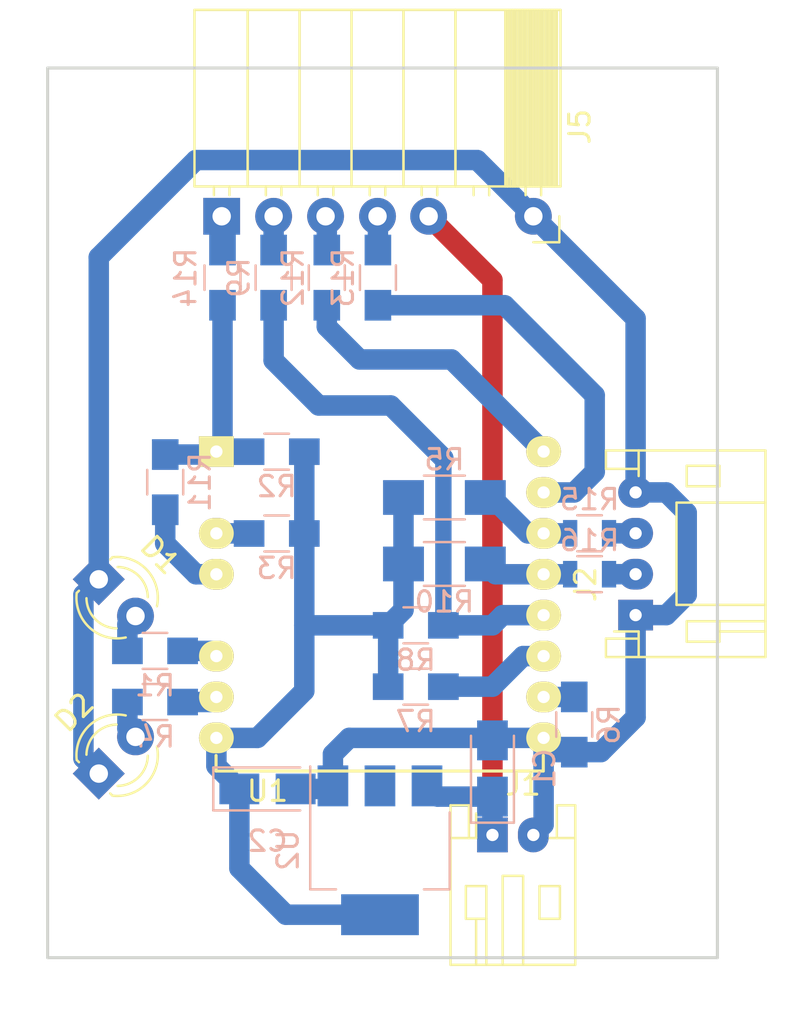
<source format=kicad_pcb>
(kicad_pcb (version 4) (host pcbnew 4.0.7)

  (general
    (links 46)
    (no_connects 0)
    (area 136.889993 82.824999 176.225 132.980952)
    (thickness 1.6)
    (drawings 4)
    (tracks 108)
    (zones 0)
    (modules 25)
    (nets 24)
  )

  (page A4)
  (layers
    (0 F.Cu signal)
    (31 B.Cu signal)
    (34 B.Paste user)
    (35 F.Paste user)
    (36 B.SilkS user)
    (37 F.SilkS user)
    (38 B.Mask user)
    (39 F.Mask user)
    (44 Edge.Cuts user)
    (45 Margin user)
    (46 B.CrtYd user)
    (47 F.CrtYd user)
    (48 B.Fab user)
    (49 F.Fab user)
  )

  (setup
    (last_trace_width 1)
    (user_trace_width 0.4)
    (user_trace_width 0.8)
    (user_trace_width 1.5)
    (user_trace_width 2)
    (trace_clearance 0.1)
    (zone_clearance 0.508)
    (zone_45_only no)
    (trace_min 0.3)
    (segment_width 0.2)
    (edge_width 0.15)
    (via_size 0.6)
    (via_drill 0.4)
    (via_min_size 0.4)
    (via_min_drill 0.3)
    (uvia_size 0.3)
    (uvia_drill 0.1)
    (uvias_allowed no)
    (uvia_min_size 0.2)
    (uvia_min_drill 0.1)
    (pcb_text_width 0.3)
    (pcb_text_size 1.5 1.5)
    (mod_edge_width 0.15)
    (mod_text_size 1 1)
    (mod_text_width 0.15)
    (pad_size 1.8 1.8)
    (pad_drill 0.9)
    (pad_to_mask_clearance 0.2)
    (aux_axis_origin 0 0)
    (visible_elements FFFFFF7F)
    (pcbplotparams
      (layerselection 0x00030_80000001)
      (usegerberextensions false)
      (excludeedgelayer true)
      (linewidth 0.100000)
      (plotframeref false)
      (viasonmask false)
      (mode 1)
      (useauxorigin false)
      (hpglpennumber 1)
      (hpglpenspeed 20)
      (hpglpendiameter 15)
      (hpglpenoverlay 2)
      (psnegative false)
      (psa4output false)
      (plotreference true)
      (plotvalue true)
      (plotinvisibletext false)
      (padsonsilk false)
      (subtractmaskfromsilk false)
      (outputformat 1)
      (mirror false)
      (drillshape 1)
      (scaleselection 1)
      (outputdirectory ""))
  )

  (net 0 "")
  (net 1 Earth)
  (net 2 "Net-(D1-Pad2)")
  (net 3 "Net-(D2-Pad2)")
  (net 4 +3V3)
  (net 5 "Net-(R6-Pad2)")
  (net 6 "Net-(R7-Pad2)")
  (net 7 "Net-(R8-Pad2)")
  (net 8 "Net-(J5-Pad1)")
  (net 9 "Net-(J5-Pad2)")
  (net 10 "Net-(J5-Pad3)")
  (net 11 "Net-(J5-Pad4)")
  (net 12 "Net-(R1-Pad2)")
  (net 13 "Net-(R3-Pad1)")
  (net 14 "Net-(R4-Pad2)")
  (net 15 +5V)
  (net 16 "Net-(R11-Pad1)")
  (net 17 "Net-(R11-Pad2)")
  (net 18 "Net-(R12-Pad1)")
  (net 19 "Net-(R13-Pad2)")
  (net 20 "Net-(R15-Pad2)")
  (net 21 "Net-(R10-Pad2)")
  (net 22 "Net-(J2-Pad2)")
  (net 23 "Net-(J2-Pad3)")

  (net_class Default "Это класс цепей по умолчанию."
    (clearance 0.1)
    (trace_width 1)
    (via_dia 0.6)
    (via_drill 0.4)
    (uvia_dia 0.3)
    (uvia_drill 0.1)
    (add_net +5V)
    (add_net "Net-(D1-Pad2)")
    (add_net "Net-(D2-Pad2)")
    (add_net "Net-(J2-Pad2)")
    (add_net "Net-(J2-Pad3)")
    (add_net "Net-(J5-Pad1)")
    (add_net "Net-(J5-Pad2)")
    (add_net "Net-(J5-Pad3)")
    (add_net "Net-(J5-Pad4)")
    (add_net "Net-(R1-Pad2)")
    (add_net "Net-(R10-Pad2)")
    (add_net "Net-(R11-Pad1)")
    (add_net "Net-(R11-Pad2)")
    (add_net "Net-(R12-Pad1)")
    (add_net "Net-(R13-Pad2)")
    (add_net "Net-(R15-Pad2)")
    (add_net "Net-(R3-Pad1)")
    (add_net "Net-(R4-Pad2)")
    (add_net "Net-(R6-Pad2)")
    (add_net "Net-(R7-Pad2)")
    (add_net "Net-(R8-Pad2)")
  )

  (net_class Cross ""
    (clearance 0.1)
    (trace_width 0.8)
    (via_dia 0.6)
    (via_drill 0.4)
    (uvia_dia 0.3)
    (uvia_drill 0.1)
  )

  (net_class Power ""
    (clearance 0.1)
    (trace_width 1)
    (via_dia 0.6)
    (via_drill 0.4)
    (uvia_dia 0.3)
    (uvia_drill 0.1)
    (add_net +3V3)
    (add_net Earth)
  )

  (module TO_SOT_Packages_SMD:SOT-223-3Lead_TabPin2 (layer B.Cu) (tedit 5D1553C2) (tstamp 5D019033)
    (at 155.5 124.5 270)
    (descr "module CMS SOT223 4 pins")
    (tags "CMS SOT")
    (path /5D018AC4)
    (attr smd)
    (fp_text reference U2 (at 0 4.5 270) (layer B.SilkS)
      (effects (font (size 1 1) (thickness 0.15)) (justify mirror))
    )
    (fp_text value AMS1117-3.3_SOT223 (at 0 -4.5 270) (layer B.Fab)
      (effects (font (size 1 1) (thickness 0.15)) (justify mirror))
    )
    (fp_text user %R (at 0 0 540) (layer B.Fab)
      (effects (font (size 0.8 0.8) (thickness 0.12)) (justify mirror))
    )
    (fp_line (start 1.91 -3.41) (end 1.91 -2.15) (layer B.SilkS) (width 0.12))
    (fp_line (start 1.91 3.41) (end 1.91 2.15) (layer B.SilkS) (width 0.12))
    (fp_line (start 4.4 3.6) (end -4.4 3.6) (layer B.CrtYd) (width 0.05))
    (fp_line (start 4.4 -3.6) (end 4.4 3.6) (layer B.CrtYd) (width 0.05))
    (fp_line (start -4.4 -3.6) (end 4.4 -3.6) (layer B.CrtYd) (width 0.05))
    (fp_line (start -4.4 3.6) (end -4.4 -3.6) (layer B.CrtYd) (width 0.05))
    (fp_line (start -1.85 2.35) (end -0.85 3.35) (layer B.Fab) (width 0.1))
    (fp_line (start -1.85 2.35) (end -1.85 -3.35) (layer B.Fab) (width 0.1))
    (fp_line (start -1.85 -3.41) (end 1.91 -3.41) (layer B.SilkS) (width 0.12))
    (fp_line (start -0.85 3.35) (end 1.85 3.35) (layer B.Fab) (width 0.1))
    (fp_line (start -4.1 3.41) (end 1.91 3.41) (layer B.SilkS) (width 0.12))
    (fp_line (start -1.85 -3.35) (end 1.85 -3.35) (layer B.Fab) (width 0.1))
    (fp_line (start 1.85 3.35) (end 1.85 -3.35) (layer B.Fab) (width 0.1))
    (pad 2 smd rect (at -3.15 0 270) (size 2 1.5) (layers B.Cu B.Paste B.Mask))
    (pad 2 smd rect (at 3.15 0 270) (size 2 3.8) (layers B.Cu B.Paste B.Mask)
      (net 4 +3V3))
    (pad 3 smd rect (at -3.15 -2.3 270) (size 2 1.5) (layers B.Cu B.Paste B.Mask)
      (net 15 +5V))
    (pad 1 smd rect (at -3.15 2.3 270) (size 2 1.5) (layers B.Cu B.Paste B.Mask)
      (net 1 Earth))
    (model ${KISYS3DMOD}/TO_SOT_Packages_SMD.3dshapes/SOT-223.wrl
      (at (xyz 0 0 0))
      (scale (xyz 1 1 1))
      (rotate (xyz 0 0 0))
    )
  )

  (module ESP8266:ESP-12 (layer F.Cu) (tedit 5D154E79) (tstamp 5CFD9288)
    (at 148.5011 105.0036)
    (descr "Module, ESP-8266, ESP-12, 16 pad, SMD")
    (tags "Module ESP-8266 ESP8266")
    (path /5C352B90)
    (fp_text reference U1 (at 1.5 16.6) (layer F.SilkS)
      (effects (font (size 1 1) (thickness 0.15)))
    )
    (fp_text value ESP-12 (at 6.992 1) (layer F.Fab)
      (effects (font (size 1 1) (thickness 0.15)))
    )
    (fp_line (start -2.25 -0.5) (end -2.25 -8.75) (layer F.CrtYd) (width 0.05))
    (fp_line (start -2.25 -8.75) (end 15.25 -8.75) (layer F.CrtYd) (width 0.05))
    (fp_line (start 15.25 -8.75) (end 16.25 -8.75) (layer F.CrtYd) (width 0.05))
    (fp_line (start 16.25 -8.75) (end 16.25 16) (layer F.CrtYd) (width 0.05))
    (fp_line (start 16.25 16) (end -2.25 16) (layer F.CrtYd) (width 0.05))
    (fp_line (start -2.25 16) (end -2.25 -0.5) (layer F.CrtYd) (width 0.05))
    (fp_line (start -1.016 -8.382) (end 14.986 -8.382) (layer F.CrtYd) (width 0.1524))
    (fp_line (start 14.986 -8.382) (end 14.986 -0.889) (layer F.CrtYd) (width 0.1524))
    (fp_line (start -1.016 -8.382) (end -1.016 -1.016) (layer F.CrtYd) (width 0.1524))
    (fp_line (start -1.016 14.859) (end -1.016 15.621) (layer F.SilkS) (width 0.1524))
    (fp_line (start -1.016 15.621) (end 14.986 15.621) (layer F.SilkS) (width 0.1524))
    (fp_line (start 14.986 15.621) (end 14.986 14.859) (layer F.SilkS) (width 0.1524))
    (fp_line (start 14.992 -8.4) (end -1.008 -2.6) (layer F.CrtYd) (width 0.1524))
    (fp_line (start -1.008 -8.4) (end 14.992 -2.6) (layer F.CrtYd) (width 0.1524))
    (fp_text user "No Copper" (at 6.892 -5.4) (layer F.CrtYd)
      (effects (font (size 1 1) (thickness 0.15)))
    )
    (fp_line (start -1.008 -2.6) (end 14.992 -2.6) (layer F.CrtYd) (width 0.1524))
    (fp_line (start 15 -8.4) (end 15 15.6) (layer F.Fab) (width 0.05))
    (fp_line (start 14.992 15.6) (end -1.008 15.6) (layer F.Fab) (width 0.05))
    (fp_line (start -1.008 15.6) (end -1.008 -8.4) (layer F.Fab) (width 0.05))
    (fp_line (start -1.008 -8.4) (end 14.992 -8.4) (layer F.Fab) (width 0.05))
    (pad 4 thru_hole oval (at -1 6) (size 1.7 1.5) (drill 0.6) (layers *.Cu *.Mask F.SilkS)
      (net 16 "Net-(R11-Pad1)"))
    (pad 1 thru_hole rect (at -1 0) (size 1.7 1.5) (drill 0.6) (layers *.Cu *.Mask F.SilkS)
      (net 17 "Net-(R11-Pad2)"))
    (pad 3 thru_hole oval (at -1 4) (size 1.7 1.5) (drill 0.6) (layers *.Cu *.Mask F.SilkS)
      (net 13 "Net-(R3-Pad1)"))
    (pad 6 thru_hole oval (at -1 10) (size 1.7 1.5) (drill 0.6) (layers *.Cu *.Mask F.SilkS)
      (net 12 "Net-(R1-Pad2)"))
    (pad 7 thru_hole oval (at -1 12) (size 1.7 1.5) (drill 0.6) (layers *.Cu *.Mask F.SilkS)
      (net 14 "Net-(R4-Pad2)"))
    (pad 8 thru_hole oval (at -1 14) (size 1.7 1.5) (drill 0.6) (layers *.Cu *.Mask F.SilkS)
      (net 4 +3V3))
    (pad 9 thru_hole oval (at 15 14) (size 1.7 1.5) (drill 0.6) (layers *.Cu *.Mask F.SilkS)
      (net 1 Earth))
    (pad 10 thru_hole oval (at 15 12) (size 1.7 1.5) (drill 0.6) (layers *.Cu *.Mask F.SilkS)
      (net 5 "Net-(R6-Pad2)"))
    (pad 11 thru_hole oval (at 15 10) (size 1.7 1.5) (drill 0.6) (layers *.Cu *.Mask F.SilkS)
      (net 6 "Net-(R7-Pad2)"))
    (pad 12 thru_hole oval (at 15 8) (size 1.7 1.5) (drill 0.6) (layers *.Cu *.Mask F.SilkS)
      (net 7 "Net-(R8-Pad2)"))
    (pad 13 thru_hole oval (at 15 6) (size 1.7 1.5) (drill 0.6) (layers *.Cu *.Mask F.SilkS)
      (net 21 "Net-(R10-Pad2)"))
    (pad 14 thru_hole oval (at 15 4) (size 1.7 1.5) (drill 0.6) (layers *.Cu *.Mask F.SilkS)
      (net 20 "Net-(R15-Pad2)"))
    (pad 15 thru_hole oval (at 15 2) (size 1.7 1.5) (drill 0.6) (layers *.Cu *.Mask F.SilkS)
      (net 19 "Net-(R13-Pad2)"))
    (pad 16 thru_hole oval (at 15 0) (size 1.7 1.5) (drill 0.6) (layers *.Cu *.Mask F.SilkS)
      (net 18 "Net-(R12-Pad1)"))
    (model ${ESPLIB}/ESP8266.3dshapes/ESP-12.wrl
      (at (xyz 0 0 0))
      (scale (xyz 0.3937 0.3937 0.3937))
      (rotate (xyz 0 0 0))
    )
  )

  (module Socket_Strips:Socket_Strip_Angled_1x07_Pitch2.54mm (layer F.Cu) (tedit 5D155CD1) (tstamp 5CFDA900)
    (at 163 93.5 270)
    (descr "Through hole angled socket strip, 1x07, 2.54mm pitch, 8.51mm socket length, single row")
    (tags "Through hole angled socket strip THT 1x07 2.54mm single row")
    (path /5C354202)
    (fp_text reference J5 (at -4.38 -2.27 270) (layer F.SilkS)
      (effects (font (size 1 1) (thickness 0.15)))
    )
    (fp_text value Conn_UART (at -4.38 17.51 270) (layer F.Fab)
      (effects (font (size 1 1) (thickness 0.15)))
    )
    (fp_line (start -1.52 -1.27) (end -1.52 1.27) (layer F.Fab) (width 0.1))
    (fp_line (start -1.52 1.27) (end -10.03 1.27) (layer F.Fab) (width 0.1))
    (fp_line (start -10.03 1.27) (end -10.03 -1.27) (layer F.Fab) (width 0.1))
    (fp_line (start -10.03 -1.27) (end -1.52 -1.27) (layer F.Fab) (width 0.1))
    (fp_line (start 0 -0.32) (end 0 0.32) (layer F.Fab) (width 0.1))
    (fp_line (start 0 0.32) (end -1.52 0.32) (layer F.Fab) (width 0.1))
    (fp_line (start -1.52 0.32) (end -1.52 -0.32) (layer F.Fab) (width 0.1))
    (fp_line (start -1.52 -0.32) (end 0 -0.32) (layer F.Fab) (width 0.1))
    (fp_line (start -1.52 1.27) (end -1.52 3.81) (layer F.Fab) (width 0.1))
    (fp_line (start -1.52 3.81) (end -10.03 3.81) (layer F.Fab) (width 0.1))
    (fp_line (start -10.03 3.81) (end -10.03 1.27) (layer F.Fab) (width 0.1))
    (fp_line (start -10.03 1.27) (end -1.52 1.27) (layer F.Fab) (width 0.1))
    (fp_line (start 0 2.22) (end 0 2.86) (layer F.Fab) (width 0.1))
    (fp_line (start 0 2.86) (end -1.52 2.86) (layer F.Fab) (width 0.1))
    (fp_line (start -1.52 2.86) (end -1.52 2.22) (layer F.Fab) (width 0.1))
    (fp_line (start -1.52 2.22) (end 0 2.22) (layer F.Fab) (width 0.1))
    (fp_line (start -1.52 3.81) (end -1.52 6.35) (layer F.Fab) (width 0.1))
    (fp_line (start -1.52 6.35) (end -10.03 6.35) (layer F.Fab) (width 0.1))
    (fp_line (start -10.03 6.35) (end -10.03 3.81) (layer F.Fab) (width 0.1))
    (fp_line (start -10.03 3.81) (end -1.52 3.81) (layer F.Fab) (width 0.1))
    (fp_line (start 0 4.76) (end 0 5.4) (layer F.Fab) (width 0.1))
    (fp_line (start 0 5.4) (end -1.52 5.4) (layer F.Fab) (width 0.1))
    (fp_line (start -1.52 5.4) (end -1.52 4.76) (layer F.Fab) (width 0.1))
    (fp_line (start -1.52 4.76) (end 0 4.76) (layer F.Fab) (width 0.1))
    (fp_line (start -1.52 6.35) (end -1.52 8.89) (layer F.Fab) (width 0.1))
    (fp_line (start -1.52 8.89) (end -10.03 8.89) (layer F.Fab) (width 0.1))
    (fp_line (start -10.03 8.89) (end -10.03 6.35) (layer F.Fab) (width 0.1))
    (fp_line (start -10.03 6.35) (end -1.52 6.35) (layer F.Fab) (width 0.1))
    (fp_line (start 0 7.3) (end 0 7.94) (layer F.Fab) (width 0.1))
    (fp_line (start 0 7.94) (end -1.52 7.94) (layer F.Fab) (width 0.1))
    (fp_line (start -1.52 7.94) (end -1.52 7.3) (layer F.Fab) (width 0.1))
    (fp_line (start -1.52 7.3) (end 0 7.3) (layer F.Fab) (width 0.1))
    (fp_line (start -1.52 8.89) (end -1.52 11.43) (layer F.Fab) (width 0.1))
    (fp_line (start -1.52 11.43) (end -10.03 11.43) (layer F.Fab) (width 0.1))
    (fp_line (start -10.03 11.43) (end -10.03 8.89) (layer F.Fab) (width 0.1))
    (fp_line (start -10.03 8.89) (end -1.52 8.89) (layer F.Fab) (width 0.1))
    (fp_line (start 0 9.84) (end 0 10.48) (layer F.Fab) (width 0.1))
    (fp_line (start 0 10.48) (end -1.52 10.48) (layer F.Fab) (width 0.1))
    (fp_line (start -1.52 10.48) (end -1.52 9.84) (layer F.Fab) (width 0.1))
    (fp_line (start -1.52 9.84) (end 0 9.84) (layer F.Fab) (width 0.1))
    (fp_line (start -1.52 11.43) (end -1.52 13.97) (layer F.Fab) (width 0.1))
    (fp_line (start -1.52 13.97) (end -10.03 13.97) (layer F.Fab) (width 0.1))
    (fp_line (start -10.03 13.97) (end -10.03 11.43) (layer F.Fab) (width 0.1))
    (fp_line (start -10.03 11.43) (end -1.52 11.43) (layer F.Fab) (width 0.1))
    (fp_line (start 0 12.38) (end 0 13.02) (layer F.Fab) (width 0.1))
    (fp_line (start 0 13.02) (end -1.52 13.02) (layer F.Fab) (width 0.1))
    (fp_line (start -1.52 13.02) (end -1.52 12.38) (layer F.Fab) (width 0.1))
    (fp_line (start -1.52 12.38) (end 0 12.38) (layer F.Fab) (width 0.1))
    (fp_line (start -1.52 13.97) (end -1.52 16.51) (layer F.Fab) (width 0.1))
    (fp_line (start -1.52 16.51) (end -10.03 16.51) (layer F.Fab) (width 0.1))
    (fp_line (start -10.03 16.51) (end -10.03 13.97) (layer F.Fab) (width 0.1))
    (fp_line (start -10.03 13.97) (end -1.52 13.97) (layer F.Fab) (width 0.1))
    (fp_line (start 0 14.92) (end 0 15.56) (layer F.Fab) (width 0.1))
    (fp_line (start 0 15.56) (end -1.52 15.56) (layer F.Fab) (width 0.1))
    (fp_line (start -1.52 15.56) (end -1.52 14.92) (layer F.Fab) (width 0.1))
    (fp_line (start -1.52 14.92) (end 0 14.92) (layer F.Fab) (width 0.1))
    (fp_line (start -1.46 -1.33) (end -1.46 1.27) (layer F.SilkS) (width 0.12))
    (fp_line (start -1.46 1.27) (end -10.09 1.27) (layer F.SilkS) (width 0.12))
    (fp_line (start -10.09 1.27) (end -10.09 -1.33) (layer F.SilkS) (width 0.12))
    (fp_line (start -10.09 -1.33) (end -1.46 -1.33) (layer F.SilkS) (width 0.12))
    (fp_line (start -1.03 -0.38) (end -1.46 -0.38) (layer F.SilkS) (width 0.12))
    (fp_line (start -1.03 0.38) (end -1.46 0.38) (layer F.SilkS) (width 0.12))
    (fp_line (start -1.46 -1.15) (end -10.09 -1.15) (layer F.SilkS) (width 0.12))
    (fp_line (start -1.46 -1.03) (end -10.09 -1.03) (layer F.SilkS) (width 0.12))
    (fp_line (start -1.46 -0.91) (end -10.09 -0.91) (layer F.SilkS) (width 0.12))
    (fp_line (start -1.46 -0.79) (end -10.09 -0.79) (layer F.SilkS) (width 0.12))
    (fp_line (start -1.46 -0.67) (end -10.09 -0.67) (layer F.SilkS) (width 0.12))
    (fp_line (start -1.46 -0.55) (end -10.09 -0.55) (layer F.SilkS) (width 0.12))
    (fp_line (start -1.46 -0.43) (end -10.09 -0.43) (layer F.SilkS) (width 0.12))
    (fp_line (start -1.46 -0.31) (end -10.09 -0.31) (layer F.SilkS) (width 0.12))
    (fp_line (start -1.46 -0.19) (end -10.09 -0.19) (layer F.SilkS) (width 0.12))
    (fp_line (start -1.46 -0.07) (end -10.09 -0.07) (layer F.SilkS) (width 0.12))
    (fp_line (start -1.46 0.05) (end -10.09 0.05) (layer F.SilkS) (width 0.12))
    (fp_line (start -1.46 0.17) (end -10.09 0.17) (layer F.SilkS) (width 0.12))
    (fp_line (start -1.46 0.29) (end -10.09 0.29) (layer F.SilkS) (width 0.12))
    (fp_line (start -1.46 0.41) (end -10.09 0.41) (layer F.SilkS) (width 0.12))
    (fp_line (start -1.46 0.53) (end -10.09 0.53) (layer F.SilkS) (width 0.12))
    (fp_line (start -1.46 0.65) (end -10.09 0.65) (layer F.SilkS) (width 0.12))
    (fp_line (start -1.46 0.77) (end -10.09 0.77) (layer F.SilkS) (width 0.12))
    (fp_line (start -1.46 0.89) (end -10.09 0.89) (layer F.SilkS) (width 0.12))
    (fp_line (start -1.46 1.01) (end -10.09 1.01) (layer F.SilkS) (width 0.12))
    (fp_line (start -1.46 1.13) (end -10.09 1.13) (layer F.SilkS) (width 0.12))
    (fp_line (start -1.46 1.25) (end -10.09 1.25) (layer F.SilkS) (width 0.12))
    (fp_line (start -1.46 1.37) (end -10.09 1.37) (layer F.SilkS) (width 0.12))
    (fp_line (start -1.46 1.27) (end -1.46 3.81) (layer F.SilkS) (width 0.12))
    (fp_line (start -1.46 3.81) (end -10.09 3.81) (layer F.SilkS) (width 0.12))
    (fp_line (start -10.09 3.81) (end -10.09 1.27) (layer F.SilkS) (width 0.12))
    (fp_line (start -10.09 1.27) (end -1.46 1.27) (layer F.SilkS) (width 0.12))
    (fp_line (start -1.03 2.16) (end -1.46 2.16) (layer F.SilkS) (width 0.12))
    (fp_line (start -1.03 2.92) (end -1.46 2.92) (layer F.SilkS) (width 0.12))
    (fp_line (start -1.46 3.81) (end -1.46 6.35) (layer F.SilkS) (width 0.12))
    (fp_line (start -1.46 6.35) (end -10.09 6.35) (layer F.SilkS) (width 0.12))
    (fp_line (start -10.09 6.35) (end -10.09 3.81) (layer F.SilkS) (width 0.12))
    (fp_line (start -10.09 3.81) (end -1.46 3.81) (layer F.SilkS) (width 0.12))
    (fp_line (start -1.03 4.7) (end -1.46 4.7) (layer F.SilkS) (width 0.12))
    (fp_line (start -1.03 5.46) (end -1.46 5.46) (layer F.SilkS) (width 0.12))
    (fp_line (start -1.46 6.35) (end -1.46 8.89) (layer F.SilkS) (width 0.12))
    (fp_line (start -1.46 8.89) (end -10.09 8.89) (layer F.SilkS) (width 0.12))
    (fp_line (start -10.09 8.89) (end -10.09 6.35) (layer F.SilkS) (width 0.12))
    (fp_line (start -10.09 6.35) (end -1.46 6.35) (layer F.SilkS) (width 0.12))
    (fp_line (start -1.03 7.24) (end -1.46 7.24) (layer F.SilkS) (width 0.12))
    (fp_line (start -1.03 8) (end -1.46 8) (layer F.SilkS) (width 0.12))
    (fp_line (start -1.46 8.89) (end -1.46 11.43) (layer F.SilkS) (width 0.12))
    (fp_line (start -1.46 11.43) (end -10.09 11.43) (layer F.SilkS) (width 0.12))
    (fp_line (start -10.09 11.43) (end -10.09 8.89) (layer F.SilkS) (width 0.12))
    (fp_line (start -10.09 8.89) (end -1.46 8.89) (layer F.SilkS) (width 0.12))
    (fp_line (start -1.03 9.78) (end -1.46 9.78) (layer F.SilkS) (width 0.12))
    (fp_line (start -1.03 10.54) (end -1.46 10.54) (layer F.SilkS) (width 0.12))
    (fp_line (start -1.46 11.43) (end -1.46 13.97) (layer F.SilkS) (width 0.12))
    (fp_line (start -1.46 13.97) (end -10.09 13.97) (layer F.SilkS) (width 0.12))
    (fp_line (start -10.09 13.97) (end -10.09 11.43) (layer F.SilkS) (width 0.12))
    (fp_line (start -10.09 11.43) (end -1.46 11.43) (layer F.SilkS) (width 0.12))
    (fp_line (start -1.03 12.32) (end -1.46 12.32) (layer F.SilkS) (width 0.12))
    (fp_line (start -1.03 13.08) (end -1.46 13.08) (layer F.SilkS) (width 0.12))
    (fp_line (start -1.46 13.97) (end -1.46 16.57) (layer F.SilkS) (width 0.12))
    (fp_line (start -1.46 16.57) (end -10.09 16.57) (layer F.SilkS) (width 0.12))
    (fp_line (start -10.09 16.57) (end -10.09 13.97) (layer F.SilkS) (width 0.12))
    (fp_line (start -10.09 13.97) (end -1.46 13.97) (layer F.SilkS) (width 0.12))
    (fp_line (start -1.03 14.86) (end -1.46 14.86) (layer F.SilkS) (width 0.12))
    (fp_line (start -1.03 15.62) (end -1.46 15.62) (layer F.SilkS) (width 0.12))
    (fp_line (start 0 -1.27) (end 1.27 -1.27) (layer F.SilkS) (width 0.12))
    (fp_line (start 1.27 -1.27) (end 1.27 0) (layer F.SilkS) (width 0.12))
    (fp_line (start 1.8 -1.8) (end 1.8 17.05) (layer F.CrtYd) (width 0.05))
    (fp_line (start 1.8 17.05) (end -10.55 17.05) (layer F.CrtYd) (width 0.05))
    (fp_line (start -10.55 17.05) (end -10.55 -1.8) (layer F.CrtYd) (width 0.05))
    (fp_line (start -10.55 -1.8) (end 1.8 -1.8) (layer F.CrtYd) (width 0.05))
    (fp_text user %R (at -4.38 -2.27 270) (layer F.Fab)
      (effects (font (size 1 1) (thickness 0.15)))
    )
    (pad 5 thru_hole circle (at 0 5.12 270) (size 1.8 1.8) (drill 0.9) (layers *.Cu *.Mask)
      (net 15 +5V))
    (pad 1 thru_hole rect (at 0 15.24 270) (size 1.8 1.8) (drill 0.9) (layers *.Cu *.Mask)
      (net 8 "Net-(J5-Pad1)"))
    (pad 2 thru_hole circle (at 0 12.7 270) (size 1.8 1.8) (drill 0.9) (layers *.Cu *.Mask)
      (net 9 "Net-(J5-Pad2)"))
    (pad 3 thru_hole circle (at 0 10.16 270) (size 1.8 1.8) (drill 0.9) (layers *.Cu *.Mask)
      (net 10 "Net-(J5-Pad3)"))
    (pad 4 thru_hole circle (at 0 7.62 270) (size 1.8 1.8) (drill 0.9) (layers *.Cu *.Mask)
      (net 11 "Net-(J5-Pad4)"))
    (pad 7 thru_hole circle (at 0 0 270) (size 1.8 1.8) (drill 0.9) (layers *.Cu *.Mask)
      (net 1 Earth))
    (model ${KISYS3DMOD}/Socket_Strips.3dshapes/Socket_Strip_Angled_1x07_Pitch2.54mm.wrl
      (at (xyz 0 -0.3 0))
      (scale (xyz 1 1 1))
      (rotate (xyz 0 0 270))
    )
  )

  (module LEDs:LED_D3.0mm (layer F.Cu) (tedit 587A3A7B) (tstamp 5CFD9207)
    (at 141.75 111.25 315)
    (descr "LED, diameter 3.0mm, 2 pins")
    (tags "LED diameter 3.0mm 2 pins")
    (path /5C3534A7)
    (fp_text reference D1 (at 1.27 -2.96 315) (layer F.SilkS)
      (effects (font (size 1 1) (thickness 0.15)))
    )
    (fp_text value LED_GREEN (at 1.27 2.96 315) (layer F.Fab)
      (effects (font (size 1 1) (thickness 0.15)))
    )
    (fp_arc (start 1.27 0) (end -0.23 -1.16619) (angle 284.3) (layer F.Fab) (width 0.1))
    (fp_arc (start 1.27 0) (end -0.29 -1.235516) (angle 108.8) (layer F.SilkS) (width 0.12))
    (fp_arc (start 1.27 0) (end -0.29 1.235516) (angle -108.8) (layer F.SilkS) (width 0.12))
    (fp_arc (start 1.27 0) (end 0.229039 -1.08) (angle 87.9) (layer F.SilkS) (width 0.12))
    (fp_arc (start 1.27 0) (end 0.229039 1.08) (angle -87.9) (layer F.SilkS) (width 0.12))
    (fp_circle (center 1.27 0) (end 2.77 0) (layer F.Fab) (width 0.1))
    (fp_line (start -0.23 -1.16619) (end -0.23 1.16619) (layer F.Fab) (width 0.1))
    (fp_line (start -0.29 -1.236) (end -0.29 -1.08) (layer F.SilkS) (width 0.12))
    (fp_line (start -0.29 1.08) (end -0.29 1.236) (layer F.SilkS) (width 0.12))
    (fp_line (start -1.15 -2.25) (end -1.15 2.25) (layer F.CrtYd) (width 0.05))
    (fp_line (start -1.15 2.25) (end 3.7 2.25) (layer F.CrtYd) (width 0.05))
    (fp_line (start 3.7 2.25) (end 3.7 -2.25) (layer F.CrtYd) (width 0.05))
    (fp_line (start 3.7 -2.25) (end -1.15 -2.25) (layer F.CrtYd) (width 0.05))
    (pad 1 thru_hole rect (at 0 0 315) (size 1.8 1.8) (drill 0.9) (layers *.Cu *.Mask)
      (net 1 Earth))
    (pad 2 thru_hole circle (at 2.54 0 315) (size 1.8 1.8) (drill 0.9) (layers *.Cu *.Mask)
      (net 2 "Net-(D1-Pad2)"))
    (model ${KISYS3DMOD}/LEDs.3dshapes/LED_D3.0mm.wrl
      (at (xyz 0 0 0))
      (scale (xyz 0.393701 0.393701 0.393701))
      (rotate (xyz 0 0 0))
    )
  )

  (module LEDs:LED_D3.0mm (layer F.Cu) (tedit 587A3A7B) (tstamp 5CFD920D)
    (at 141.75 120.75 45)
    (descr "LED, diameter 3.0mm, 2 pins")
    (tags "LED diameter 3.0mm 2 pins")
    (path /5C353532)
    (fp_text reference D2 (at 1.27 -2.96 45) (layer F.SilkS)
      (effects (font (size 1 1) (thickness 0.15)))
    )
    (fp_text value LED_RED (at 1.27 2.96 45) (layer F.Fab)
      (effects (font (size 1 1) (thickness 0.15)))
    )
    (fp_arc (start 1.27 0) (end -0.23 -1.16619) (angle 284.3) (layer F.Fab) (width 0.1))
    (fp_arc (start 1.27 0) (end -0.29 -1.235516) (angle 108.8) (layer F.SilkS) (width 0.12))
    (fp_arc (start 1.27 0) (end -0.29 1.235516) (angle -108.8) (layer F.SilkS) (width 0.12))
    (fp_arc (start 1.27 0) (end 0.229039 -1.08) (angle 87.9) (layer F.SilkS) (width 0.12))
    (fp_arc (start 1.27 0) (end 0.229039 1.08) (angle -87.9) (layer F.SilkS) (width 0.12))
    (fp_circle (center 1.27 0) (end 2.77 0) (layer F.Fab) (width 0.1))
    (fp_line (start -0.23 -1.16619) (end -0.23 1.16619) (layer F.Fab) (width 0.1))
    (fp_line (start -0.29 -1.236) (end -0.29 -1.08) (layer F.SilkS) (width 0.12))
    (fp_line (start -0.29 1.08) (end -0.29 1.236) (layer F.SilkS) (width 0.12))
    (fp_line (start -1.15 -2.25) (end -1.15 2.25) (layer F.CrtYd) (width 0.05))
    (fp_line (start -1.15 2.25) (end 3.7 2.25) (layer F.CrtYd) (width 0.05))
    (fp_line (start 3.7 2.25) (end 3.7 -2.25) (layer F.CrtYd) (width 0.05))
    (fp_line (start 3.7 -2.25) (end -1.15 -2.25) (layer F.CrtYd) (width 0.05))
    (pad 1 thru_hole rect (at 0 0 45) (size 1.8 1.8) (drill 0.9) (layers *.Cu *.Mask)
      (net 1 Earth))
    (pad 2 thru_hole circle (at 2.54 0 45) (size 1.8 1.8) (drill 0.9) (layers *.Cu *.Mask)
      (net 3 "Net-(D2-Pad2)"))
    (model ${KISYS3DMOD}/LEDs.3dshapes/LED_D3.0mm.wrl
      (at (xyz 0 0 0))
      (scale (xyz 0.393701 0.393701 0.393701))
      (rotate (xyz 0 0 0))
    )
  )

  (module Resistors_SMD:R_0805_HandSoldering (layer B.Cu) (tedit 58E0A804) (tstamp 5CFD923E)
    (at 144.5 114.75)
    (descr "Resistor SMD 0805, hand soldering")
    (tags "resistor 0805")
    (path /5C3533F8)
    (attr smd)
    (fp_text reference R1 (at 0 1.7) (layer B.SilkS)
      (effects (font (size 1 1) (thickness 0.15)) (justify mirror))
    )
    (fp_text value 150 (at 0 -1.75) (layer B.Fab)
      (effects (font (size 1 1) (thickness 0.15)) (justify mirror))
    )
    (fp_text user %R (at 0 0) (layer B.Fab)
      (effects (font (size 0.5 0.5) (thickness 0.075)) (justify mirror))
    )
    (fp_line (start -1 -0.62) (end -1 0.62) (layer B.Fab) (width 0.1))
    (fp_line (start 1 -0.62) (end -1 -0.62) (layer B.Fab) (width 0.1))
    (fp_line (start 1 0.62) (end 1 -0.62) (layer B.Fab) (width 0.1))
    (fp_line (start -1 0.62) (end 1 0.62) (layer B.Fab) (width 0.1))
    (fp_line (start 0.6 -0.88) (end -0.6 -0.88) (layer B.SilkS) (width 0.12))
    (fp_line (start -0.6 0.88) (end 0.6 0.88) (layer B.SilkS) (width 0.12))
    (fp_line (start -2.35 0.9) (end 2.35 0.9) (layer B.CrtYd) (width 0.05))
    (fp_line (start -2.35 0.9) (end -2.35 -0.9) (layer B.CrtYd) (width 0.05))
    (fp_line (start 2.35 -0.9) (end 2.35 0.9) (layer B.CrtYd) (width 0.05))
    (fp_line (start 2.35 -0.9) (end -2.35 -0.9) (layer B.CrtYd) (width 0.05))
    (pad 1 smd rect (at -1.35 0) (size 1.5 1.3) (layers B.Cu B.Paste B.Mask)
      (net 2 "Net-(D1-Pad2)"))
    (pad 2 smd rect (at 1.35 0) (size 1.5 1.3) (layers B.Cu B.Paste B.Mask)
      (net 12 "Net-(R1-Pad2)"))
    (model ${KISYS3DMOD}/Resistors_SMD.3dshapes/R_0805.wrl
      (at (xyz 0 0 0))
      (scale (xyz 1 1 1))
      (rotate (xyz 0 0 0))
    )
  )

  (module Resistors_SMD:R_0805_HandSoldering (layer B.Cu) (tedit 58E0A804) (tstamp 5CFD9244)
    (at 150.45 105.01)
    (descr "Resistor SMD 0805, hand soldering")
    (tags "resistor 0805")
    (path /5C352E95)
    (attr smd)
    (fp_text reference R2 (at 0 1.7) (layer B.SilkS)
      (effects (font (size 1 1) (thickness 0.15)) (justify mirror))
    )
    (fp_text value 10k (at 0 -1.75) (layer B.Fab)
      (effects (font (size 1 1) (thickness 0.15)) (justify mirror))
    )
    (fp_text user %R (at 0 0) (layer B.Fab)
      (effects (font (size 0.5 0.5) (thickness 0.075)) (justify mirror))
    )
    (fp_line (start -1 -0.62) (end -1 0.62) (layer B.Fab) (width 0.1))
    (fp_line (start 1 -0.62) (end -1 -0.62) (layer B.Fab) (width 0.1))
    (fp_line (start 1 0.62) (end 1 -0.62) (layer B.Fab) (width 0.1))
    (fp_line (start -1 0.62) (end 1 0.62) (layer B.Fab) (width 0.1))
    (fp_line (start 0.6 -0.88) (end -0.6 -0.88) (layer B.SilkS) (width 0.12))
    (fp_line (start -0.6 0.88) (end 0.6 0.88) (layer B.SilkS) (width 0.12))
    (fp_line (start -2.35 0.9) (end 2.35 0.9) (layer B.CrtYd) (width 0.05))
    (fp_line (start -2.35 0.9) (end -2.35 -0.9) (layer B.CrtYd) (width 0.05))
    (fp_line (start 2.35 -0.9) (end 2.35 0.9) (layer B.CrtYd) (width 0.05))
    (fp_line (start 2.35 -0.9) (end -2.35 -0.9) (layer B.CrtYd) (width 0.05))
    (pad 1 smd rect (at -1.35 0) (size 1.5 1.3) (layers B.Cu B.Paste B.Mask)
      (net 17 "Net-(R11-Pad2)"))
    (pad 2 smd rect (at 1.35 0) (size 1.5 1.3) (layers B.Cu B.Paste B.Mask)
      (net 4 +3V3))
    (model ${KISYS3DMOD}/Resistors_SMD.3dshapes/R_0805.wrl
      (at (xyz 0 0 0))
      (scale (xyz 1 1 1))
      (rotate (xyz 0 0 0))
    )
  )

  (module Resistors_SMD:R_0805_HandSoldering (layer B.Cu) (tedit 58E0A804) (tstamp 5CFD924A)
    (at 150.45 109.01)
    (descr "Resistor SMD 0805, hand soldering")
    (tags "resistor 0805")
    (path /5C35306E)
    (attr smd)
    (fp_text reference R3 (at 0 1.7) (layer B.SilkS)
      (effects (font (size 1 1) (thickness 0.15)) (justify mirror))
    )
    (fp_text value 10k (at 0 -1.75) (layer B.Fab)
      (effects (font (size 1 1) (thickness 0.15)) (justify mirror))
    )
    (fp_text user %R (at 0 0) (layer B.Fab)
      (effects (font (size 0.5 0.5) (thickness 0.075)) (justify mirror))
    )
    (fp_line (start -1 -0.62) (end -1 0.62) (layer B.Fab) (width 0.1))
    (fp_line (start 1 -0.62) (end -1 -0.62) (layer B.Fab) (width 0.1))
    (fp_line (start 1 0.62) (end 1 -0.62) (layer B.Fab) (width 0.1))
    (fp_line (start -1 0.62) (end 1 0.62) (layer B.Fab) (width 0.1))
    (fp_line (start 0.6 -0.88) (end -0.6 -0.88) (layer B.SilkS) (width 0.12))
    (fp_line (start -0.6 0.88) (end 0.6 0.88) (layer B.SilkS) (width 0.12))
    (fp_line (start -2.35 0.9) (end 2.35 0.9) (layer B.CrtYd) (width 0.05))
    (fp_line (start -2.35 0.9) (end -2.35 -0.9) (layer B.CrtYd) (width 0.05))
    (fp_line (start 2.35 -0.9) (end 2.35 0.9) (layer B.CrtYd) (width 0.05))
    (fp_line (start 2.35 -0.9) (end -2.35 -0.9) (layer B.CrtYd) (width 0.05))
    (pad 1 smd rect (at -1.35 0) (size 1.5 1.3) (layers B.Cu B.Paste B.Mask)
      (net 13 "Net-(R3-Pad1)"))
    (pad 2 smd rect (at 1.35 0) (size 1.5 1.3) (layers B.Cu B.Paste B.Mask)
      (net 4 +3V3))
    (model ${KISYS3DMOD}/Resistors_SMD.3dshapes/R_0805.wrl
      (at (xyz 0 0 0))
      (scale (xyz 1 1 1))
      (rotate (xyz 0 0 0))
    )
  )

  (module Resistors_SMD:R_0805_HandSoldering (layer B.Cu) (tedit 58E0A804) (tstamp 5CFD9250)
    (at 144.5 117.25)
    (descr "Resistor SMD 0805, hand soldering")
    (tags "resistor 0805")
    (path /5C35346D)
    (attr smd)
    (fp_text reference R4 (at 0 1.7) (layer B.SilkS)
      (effects (font (size 1 1) (thickness 0.15)) (justify mirror))
    )
    (fp_text value 150 (at 0 -1.75) (layer B.Fab)
      (effects (font (size 1 1) (thickness 0.15)) (justify mirror))
    )
    (fp_text user %R (at 0 0) (layer B.Fab)
      (effects (font (size 0.5 0.5) (thickness 0.075)) (justify mirror))
    )
    (fp_line (start -1 -0.62) (end -1 0.62) (layer B.Fab) (width 0.1))
    (fp_line (start 1 -0.62) (end -1 -0.62) (layer B.Fab) (width 0.1))
    (fp_line (start 1 0.62) (end 1 -0.62) (layer B.Fab) (width 0.1))
    (fp_line (start -1 0.62) (end 1 0.62) (layer B.Fab) (width 0.1))
    (fp_line (start 0.6 -0.88) (end -0.6 -0.88) (layer B.SilkS) (width 0.12))
    (fp_line (start -0.6 0.88) (end 0.6 0.88) (layer B.SilkS) (width 0.12))
    (fp_line (start -2.35 0.9) (end 2.35 0.9) (layer B.CrtYd) (width 0.05))
    (fp_line (start -2.35 0.9) (end -2.35 -0.9) (layer B.CrtYd) (width 0.05))
    (fp_line (start 2.35 -0.9) (end 2.35 0.9) (layer B.CrtYd) (width 0.05))
    (fp_line (start 2.35 -0.9) (end -2.35 -0.9) (layer B.CrtYd) (width 0.05))
    (pad 1 smd rect (at -1.35 0) (size 1.5 1.3) (layers B.Cu B.Paste B.Mask)
      (net 3 "Net-(D2-Pad2)"))
    (pad 2 smd rect (at 1.35 0) (size 1.5 1.3) (layers B.Cu B.Paste B.Mask)
      (net 14 "Net-(R4-Pad2)"))
    (model ${KISYS3DMOD}/Resistors_SMD.3dshapes/R_0805.wrl
      (at (xyz 0 0 0))
      (scale (xyz 1 1 1))
      (rotate (xyz 0 0 0))
    )
  )

  (module Resistors_SMD:R_0805_HandSoldering (layer B.Cu) (tedit 58E0A804) (tstamp 5CFD925C)
    (at 165 118.35 90)
    (descr "Resistor SMD 0805, hand soldering")
    (tags "resistor 0805")
    (path /5C353122)
    (attr smd)
    (fp_text reference R6 (at 0 1.7 90) (layer B.SilkS)
      (effects (font (size 1 1) (thickness 0.15)) (justify mirror))
    )
    (fp_text value 10k (at 0 -1.75 90) (layer B.Fab)
      (effects (font (size 1 1) (thickness 0.15)) (justify mirror))
    )
    (fp_text user %R (at 0 0 90) (layer B.Fab)
      (effects (font (size 0.5 0.5) (thickness 0.075)) (justify mirror))
    )
    (fp_line (start -1 -0.62) (end -1 0.62) (layer B.Fab) (width 0.1))
    (fp_line (start 1 -0.62) (end -1 -0.62) (layer B.Fab) (width 0.1))
    (fp_line (start 1 0.62) (end 1 -0.62) (layer B.Fab) (width 0.1))
    (fp_line (start -1 0.62) (end 1 0.62) (layer B.Fab) (width 0.1))
    (fp_line (start 0.6 -0.88) (end -0.6 -0.88) (layer B.SilkS) (width 0.12))
    (fp_line (start -0.6 0.88) (end 0.6 0.88) (layer B.SilkS) (width 0.12))
    (fp_line (start -2.35 0.9) (end 2.35 0.9) (layer B.CrtYd) (width 0.05))
    (fp_line (start -2.35 0.9) (end -2.35 -0.9) (layer B.CrtYd) (width 0.05))
    (fp_line (start 2.35 -0.9) (end 2.35 0.9) (layer B.CrtYd) (width 0.05))
    (fp_line (start 2.35 -0.9) (end -2.35 -0.9) (layer B.CrtYd) (width 0.05))
    (pad 1 smd rect (at -1.35 0 90) (size 1.5 1.3) (layers B.Cu B.Paste B.Mask)
      (net 1 Earth))
    (pad 2 smd rect (at 1.35 0 90) (size 1.5 1.3) (layers B.Cu B.Paste B.Mask)
      (net 5 "Net-(R6-Pad2)"))
    (model ${KISYS3DMOD}/Resistors_SMD.3dshapes/R_0805.wrl
      (at (xyz 0 0 0))
      (scale (xyz 1 1 1))
      (rotate (xyz 0 0 0))
    )
  )

  (module Resistors_SMD:R_0805_HandSoldering (layer B.Cu) (tedit 58E0A804) (tstamp 5CFD9262)
    (at 157.25 116.5)
    (descr "Resistor SMD 0805, hand soldering")
    (tags "resistor 0805")
    (path /5C3530F5)
    (attr smd)
    (fp_text reference R7 (at 0 1.7) (layer B.SilkS)
      (effects (font (size 1 1) (thickness 0.15)) (justify mirror))
    )
    (fp_text value 10k (at 0 -1.75) (layer B.Fab)
      (effects (font (size 1 1) (thickness 0.15)) (justify mirror))
    )
    (fp_text user %R (at 0 0) (layer B.Fab)
      (effects (font (size 0.5 0.5) (thickness 0.075)) (justify mirror))
    )
    (fp_line (start -1 -0.62) (end -1 0.62) (layer B.Fab) (width 0.1))
    (fp_line (start 1 -0.62) (end -1 -0.62) (layer B.Fab) (width 0.1))
    (fp_line (start 1 0.62) (end 1 -0.62) (layer B.Fab) (width 0.1))
    (fp_line (start -1 0.62) (end 1 0.62) (layer B.Fab) (width 0.1))
    (fp_line (start 0.6 -0.88) (end -0.6 -0.88) (layer B.SilkS) (width 0.12))
    (fp_line (start -0.6 0.88) (end 0.6 0.88) (layer B.SilkS) (width 0.12))
    (fp_line (start -2.35 0.9) (end 2.35 0.9) (layer B.CrtYd) (width 0.05))
    (fp_line (start -2.35 0.9) (end -2.35 -0.9) (layer B.CrtYd) (width 0.05))
    (fp_line (start 2.35 -0.9) (end 2.35 0.9) (layer B.CrtYd) (width 0.05))
    (fp_line (start 2.35 -0.9) (end -2.35 -0.9) (layer B.CrtYd) (width 0.05))
    (pad 1 smd rect (at -1.35 0) (size 1.5 1.3) (layers B.Cu B.Paste B.Mask)
      (net 4 +3V3))
    (pad 2 smd rect (at 1.35 0) (size 1.5 1.3) (layers B.Cu B.Paste B.Mask)
      (net 6 "Net-(R7-Pad2)"))
    (model ${KISYS3DMOD}/Resistors_SMD.3dshapes/R_0805.wrl
      (at (xyz 0 0 0))
      (scale (xyz 1 1 1))
      (rotate (xyz 0 0 0))
    )
  )

  (module Resistors_SMD:R_0805_HandSoldering (layer B.Cu) (tedit 58E0A804) (tstamp 5CFD9268)
    (at 157.25 113.5)
    (descr "Resistor SMD 0805, hand soldering")
    (tags "resistor 0805")
    (path /5C353099)
    (attr smd)
    (fp_text reference R8 (at 0 1.7) (layer B.SilkS)
      (effects (font (size 1 1) (thickness 0.15)) (justify mirror))
    )
    (fp_text value 10k (at 0 -1.75) (layer B.Fab)
      (effects (font (size 1 1) (thickness 0.15)) (justify mirror))
    )
    (fp_text user %R (at 0 0) (layer B.Fab)
      (effects (font (size 0.5 0.5) (thickness 0.075)) (justify mirror))
    )
    (fp_line (start -1 -0.62) (end -1 0.62) (layer B.Fab) (width 0.1))
    (fp_line (start 1 -0.62) (end -1 -0.62) (layer B.Fab) (width 0.1))
    (fp_line (start 1 0.62) (end 1 -0.62) (layer B.Fab) (width 0.1))
    (fp_line (start -1 0.62) (end 1 0.62) (layer B.Fab) (width 0.1))
    (fp_line (start 0.6 -0.88) (end -0.6 -0.88) (layer B.SilkS) (width 0.12))
    (fp_line (start -0.6 0.88) (end 0.6 0.88) (layer B.SilkS) (width 0.12))
    (fp_line (start -2.35 0.9) (end 2.35 0.9) (layer B.CrtYd) (width 0.05))
    (fp_line (start -2.35 0.9) (end -2.35 -0.9) (layer B.CrtYd) (width 0.05))
    (fp_line (start 2.35 -0.9) (end 2.35 0.9) (layer B.CrtYd) (width 0.05))
    (fp_line (start 2.35 -0.9) (end -2.35 -0.9) (layer B.CrtYd) (width 0.05))
    (pad 1 smd rect (at -1.35 0) (size 1.5 1.3) (layers B.Cu B.Paste B.Mask)
      (net 4 +3V3))
    (pad 2 smd rect (at 1.35 0) (size 1.5 1.3) (layers B.Cu B.Paste B.Mask)
      (net 7 "Net-(R8-Pad2)"))
    (model ${KISYS3DMOD}/Resistors_SMD.3dshapes/R_0805.wrl
      (at (xyz 0 0 0))
      (scale (xyz 1 1 1))
      (rotate (xyz 0 0 0))
    )
  )

  (module Resistors_SMD:R_0805_HandSoldering (layer B.Cu) (tedit 58E0A804) (tstamp 5CFD926E)
    (at 150.3 96.5 270)
    (descr "Resistor SMD 0805, hand soldering")
    (tags "resistor 0805")
    (path /5C353381)
    (attr smd)
    (fp_text reference R9 (at 0 1.7 270) (layer B.SilkS)
      (effects (font (size 1 1) (thickness 0.15)) (justify mirror))
    )
    (fp_text value 470 (at 0 -1.75 270) (layer B.Fab)
      (effects (font (size 1 1) (thickness 0.15)) (justify mirror))
    )
    (fp_text user %R (at 0 0 270) (layer B.Fab)
      (effects (font (size 0.5 0.5) (thickness 0.075)) (justify mirror))
    )
    (fp_line (start -1 -0.62) (end -1 0.62) (layer B.Fab) (width 0.1))
    (fp_line (start 1 -0.62) (end -1 -0.62) (layer B.Fab) (width 0.1))
    (fp_line (start 1 0.62) (end 1 -0.62) (layer B.Fab) (width 0.1))
    (fp_line (start -1 0.62) (end 1 0.62) (layer B.Fab) (width 0.1))
    (fp_line (start 0.6 -0.88) (end -0.6 -0.88) (layer B.SilkS) (width 0.12))
    (fp_line (start -0.6 0.88) (end 0.6 0.88) (layer B.SilkS) (width 0.12))
    (fp_line (start -2.35 0.9) (end 2.35 0.9) (layer B.CrtYd) (width 0.05))
    (fp_line (start -2.35 0.9) (end -2.35 -0.9) (layer B.CrtYd) (width 0.05))
    (fp_line (start 2.35 -0.9) (end 2.35 0.9) (layer B.CrtYd) (width 0.05))
    (fp_line (start 2.35 -0.9) (end -2.35 -0.9) (layer B.CrtYd) (width 0.05))
    (pad 1 smd rect (at -1.35 0 270) (size 1.5 1.3) (layers B.Cu B.Paste B.Mask)
      (net 9 "Net-(J5-Pad2)"))
    (pad 2 smd rect (at 1.35 0 270) (size 1.5 1.3) (layers B.Cu B.Paste B.Mask)
      (net 7 "Net-(R8-Pad2)"))
    (model ${KISYS3DMOD}/Resistors_SMD.3dshapes/R_0805.wrl
      (at (xyz 0 0 0))
      (scale (xyz 1 1 1))
      (rotate (xyz 0 0 0))
    )
  )

  (module Resistors_SMD:R_1206_HandSoldering (layer B.Cu) (tedit 58E0A804) (tstamp 5CFD9256)
    (at 158.65 107.25 180)
    (descr "Resistor SMD 1206, hand soldering")
    (tags "resistor 1206")
    (path /5C353150)
    (attr smd)
    (fp_text reference R5 (at 0 1.85 180) (layer B.SilkS)
      (effects (font (size 1 1) (thickness 0.15)) (justify mirror))
    )
    (fp_text value 10k (at 0 -1.9 180) (layer B.Fab)
      (effects (font (size 1 1) (thickness 0.15)) (justify mirror))
    )
    (fp_text user %R (at 0 0 180) (layer B.Fab)
      (effects (font (size 0.7 0.7) (thickness 0.105)) (justify mirror))
    )
    (fp_line (start -1.6 -0.8) (end -1.6 0.8) (layer B.Fab) (width 0.1))
    (fp_line (start 1.6 -0.8) (end -1.6 -0.8) (layer B.Fab) (width 0.1))
    (fp_line (start 1.6 0.8) (end 1.6 -0.8) (layer B.Fab) (width 0.1))
    (fp_line (start -1.6 0.8) (end 1.6 0.8) (layer B.Fab) (width 0.1))
    (fp_line (start 1 -1.07) (end -1 -1.07) (layer B.SilkS) (width 0.12))
    (fp_line (start -1 1.07) (end 1 1.07) (layer B.SilkS) (width 0.12))
    (fp_line (start -3.25 1.11) (end 3.25 1.11) (layer B.CrtYd) (width 0.05))
    (fp_line (start -3.25 1.11) (end -3.25 -1.1) (layer B.CrtYd) (width 0.05))
    (fp_line (start 3.25 -1.1) (end 3.25 1.11) (layer B.CrtYd) (width 0.05))
    (fp_line (start 3.25 -1.1) (end -3.25 -1.1) (layer B.CrtYd) (width 0.05))
    (pad 1 smd rect (at -2 0 180) (size 2 1.7) (layers B.Cu B.Paste B.Mask)
      (net 20 "Net-(R15-Pad2)"))
    (pad 2 smd rect (at 2 0 180) (size 2 1.7) (layers B.Cu B.Paste B.Mask)
      (net 4 +3V3))
    (model ${KISYS3DMOD}/Resistors_SMD.3dshapes/R_1206.wrl
      (at (xyz 0 0 0))
      (scale (xyz 1 1 1))
      (rotate (xyz 0 0 0))
    )
  )

  (module Resistors_SMD:R_1206_HandSoldering (layer B.Cu) (tedit 58E0A804) (tstamp 5CFD9274)
    (at 158.65 110.5)
    (descr "Resistor SMD 1206, hand soldering")
    (tags "resistor 1206")
    (path /5C353195)
    (attr smd)
    (fp_text reference R10 (at 0 1.85) (layer B.SilkS)
      (effects (font (size 1 1) (thickness 0.15)) (justify mirror))
    )
    (fp_text value 10k (at 0 -1.9) (layer B.Fab)
      (effects (font (size 1 1) (thickness 0.15)) (justify mirror))
    )
    (fp_text user %R (at 0 0) (layer B.Fab)
      (effects (font (size 0.7 0.7) (thickness 0.105)) (justify mirror))
    )
    (fp_line (start -1.6 -0.8) (end -1.6 0.8) (layer B.Fab) (width 0.1))
    (fp_line (start 1.6 -0.8) (end -1.6 -0.8) (layer B.Fab) (width 0.1))
    (fp_line (start 1.6 0.8) (end 1.6 -0.8) (layer B.Fab) (width 0.1))
    (fp_line (start -1.6 0.8) (end 1.6 0.8) (layer B.Fab) (width 0.1))
    (fp_line (start 1 -1.07) (end -1 -1.07) (layer B.SilkS) (width 0.12))
    (fp_line (start -1 1.07) (end 1 1.07) (layer B.SilkS) (width 0.12))
    (fp_line (start -3.25 1.11) (end 3.25 1.11) (layer B.CrtYd) (width 0.05))
    (fp_line (start -3.25 1.11) (end -3.25 -1.1) (layer B.CrtYd) (width 0.05))
    (fp_line (start 3.25 -1.1) (end 3.25 1.11) (layer B.CrtYd) (width 0.05))
    (fp_line (start 3.25 -1.1) (end -3.25 -1.1) (layer B.CrtYd) (width 0.05))
    (pad 1 smd rect (at -2 0) (size 2 1.7) (layers B.Cu B.Paste B.Mask)
      (net 4 +3V3))
    (pad 2 smd rect (at 2 0) (size 2 1.7) (layers B.Cu B.Paste B.Mask)
      (net 21 "Net-(R10-Pad2)"))
    (model ${KISYS3DMOD}/Resistors_SMD.3dshapes/R_1206.wrl
      (at (xyz 0 0 0))
      (scale (xyz 1 1 1))
      (rotate (xyz 0 0 0))
    )
  )

  (module Capacitors_Tantalum_SMD:CP_Tantalum_Case-A_EIA-3216-18_Reflow (layer B.Cu) (tedit 58CC8C08) (tstamp 5D01901E)
    (at 150 121.5)
    (descr "Tantalum capacitor, Case A, EIA 3216-18, 3.2x1.6x1.6mm, Reflow soldering footprint")
    (tags "capacitor tantalum smd")
    (path /5D019148)
    (attr smd)
    (fp_text reference C2 (at 0 2.55) (layer B.SilkS)
      (effects (font (size 1 1) (thickness 0.15)) (justify mirror))
    )
    (fp_text value "22mkF 5v" (at 0 -2.55) (layer B.Fab)
      (effects (font (size 1 1) (thickness 0.15)) (justify mirror))
    )
    (fp_text user %R (at 0 0) (layer B.Fab)
      (effects (font (size 0.7 0.7) (thickness 0.105)) (justify mirror))
    )
    (fp_line (start -2.75 1.2) (end -2.75 -1.2) (layer B.CrtYd) (width 0.05))
    (fp_line (start -2.75 -1.2) (end 2.75 -1.2) (layer B.CrtYd) (width 0.05))
    (fp_line (start 2.75 -1.2) (end 2.75 1.2) (layer B.CrtYd) (width 0.05))
    (fp_line (start 2.75 1.2) (end -2.75 1.2) (layer B.CrtYd) (width 0.05))
    (fp_line (start -1.6 0.8) (end -1.6 -0.8) (layer B.Fab) (width 0.1))
    (fp_line (start -1.6 -0.8) (end 1.6 -0.8) (layer B.Fab) (width 0.1))
    (fp_line (start 1.6 -0.8) (end 1.6 0.8) (layer B.Fab) (width 0.1))
    (fp_line (start 1.6 0.8) (end -1.6 0.8) (layer B.Fab) (width 0.1))
    (fp_line (start -1.28 0.8) (end -1.28 -0.8) (layer B.Fab) (width 0.1))
    (fp_line (start -1.12 0.8) (end -1.12 -0.8) (layer B.Fab) (width 0.1))
    (fp_line (start -2.65 1.05) (end 1.6 1.05) (layer B.SilkS) (width 0.12))
    (fp_line (start -2.65 -1.05) (end 1.6 -1.05) (layer B.SilkS) (width 0.12))
    (fp_line (start -2.65 1.05) (end -2.65 -1.05) (layer B.SilkS) (width 0.12))
    (pad 1 smd rect (at -1.375 0) (size 1.95 1.5) (layers B.Cu B.Paste B.Mask)
      (net 4 +3V3))
    (pad 2 smd rect (at 1.375 0) (size 1.95 1.5) (layers B.Cu B.Paste B.Mask)
      (net 1 Earth))
    (model Capacitors_Tantalum_SMD.3dshapes/CP_Tantalum_Case-A_EIA-3216-18.wrl
      (at (xyz 0 0 0))
      (scale (xyz 1 1 1))
      (rotate (xyz 0 0 0))
    )
  )

  (module Capacitors_Tantalum_SMD:CP_Tantalum_Case-A_EIA-3216-18_Reflow (layer B.Cu) (tedit 58CC8C08) (tstamp 5D019018)
    (at 161 120.5 90)
    (descr "Tantalum capacitor, Case A, EIA 3216-18, 3.2x1.6x1.6mm, Reflow soldering footprint")
    (tags "capacitor tantalum smd")
    (path /5D018F0F)
    (attr smd)
    (fp_text reference C1 (at 0 2.55 90) (layer B.SilkS)
      (effects (font (size 1 1) (thickness 0.15)) (justify mirror))
    )
    (fp_text value "10mkF 16v" (at 0 -2.55 90) (layer B.Fab)
      (effects (font (size 1 1) (thickness 0.15)) (justify mirror))
    )
    (fp_text user %R (at 0 0 90) (layer B.Fab)
      (effects (font (size 0.7 0.7) (thickness 0.105)) (justify mirror))
    )
    (fp_line (start -2.75 1.2) (end -2.75 -1.2) (layer B.CrtYd) (width 0.05))
    (fp_line (start -2.75 -1.2) (end 2.75 -1.2) (layer B.CrtYd) (width 0.05))
    (fp_line (start 2.75 -1.2) (end 2.75 1.2) (layer B.CrtYd) (width 0.05))
    (fp_line (start 2.75 1.2) (end -2.75 1.2) (layer B.CrtYd) (width 0.05))
    (fp_line (start -1.6 0.8) (end -1.6 -0.8) (layer B.Fab) (width 0.1))
    (fp_line (start -1.6 -0.8) (end 1.6 -0.8) (layer B.Fab) (width 0.1))
    (fp_line (start 1.6 -0.8) (end 1.6 0.8) (layer B.Fab) (width 0.1))
    (fp_line (start 1.6 0.8) (end -1.6 0.8) (layer B.Fab) (width 0.1))
    (fp_line (start -1.28 0.8) (end -1.28 -0.8) (layer B.Fab) (width 0.1))
    (fp_line (start -1.12 0.8) (end -1.12 -0.8) (layer B.Fab) (width 0.1))
    (fp_line (start -2.65 1.05) (end 1.6 1.05) (layer B.SilkS) (width 0.12))
    (fp_line (start -2.65 -1.05) (end 1.6 -1.05) (layer B.SilkS) (width 0.12))
    (fp_line (start -2.65 1.05) (end -2.65 -1.05) (layer B.SilkS) (width 0.12))
    (pad 1 smd rect (at -1.375 0 90) (size 1.95 1.5) (layers B.Cu B.Paste B.Mask)
      (net 15 +5V))
    (pad 2 smd rect (at 1.375 0 90) (size 1.95 1.5) (layers B.Cu B.Paste B.Mask)
      (net 1 Earth))
    (model Capacitors_Tantalum_SMD.3dshapes/CP_Tantalum_Case-A_EIA-3216-18.wrl
      (at (xyz 0 0 0))
      (scale (xyz 1 1 1))
      (rotate (xyz 0 0 0))
    )
  )

  (module Resistors_SMD:R_0805_HandSoldering (layer B.Cu) (tedit 58E0A804) (tstamp 5D096F54)
    (at 145 106.5 90)
    (descr "Resistor SMD 0805, hand soldering")
    (tags "resistor 0805")
    (path /5D097B09)
    (attr smd)
    (fp_text reference R11 (at 0 1.7 90) (layer B.SilkS)
      (effects (font (size 1 1) (thickness 0.15)) (justify mirror))
    )
    (fp_text value 470 (at 0 -1.75 90) (layer B.Fab)
      (effects (font (size 1 1) (thickness 0.15)) (justify mirror))
    )
    (fp_text user %R (at 0 0 90) (layer B.Fab)
      (effects (font (size 0.5 0.5) (thickness 0.075)) (justify mirror))
    )
    (fp_line (start -1 -0.62) (end -1 0.62) (layer B.Fab) (width 0.1))
    (fp_line (start 1 -0.62) (end -1 -0.62) (layer B.Fab) (width 0.1))
    (fp_line (start 1 0.62) (end 1 -0.62) (layer B.Fab) (width 0.1))
    (fp_line (start -1 0.62) (end 1 0.62) (layer B.Fab) (width 0.1))
    (fp_line (start 0.6 -0.88) (end -0.6 -0.88) (layer B.SilkS) (width 0.12))
    (fp_line (start -0.6 0.88) (end 0.6 0.88) (layer B.SilkS) (width 0.12))
    (fp_line (start -2.35 0.9) (end 2.35 0.9) (layer B.CrtYd) (width 0.05))
    (fp_line (start -2.35 0.9) (end -2.35 -0.9) (layer B.CrtYd) (width 0.05))
    (fp_line (start 2.35 -0.9) (end 2.35 0.9) (layer B.CrtYd) (width 0.05))
    (fp_line (start 2.35 -0.9) (end -2.35 -0.9) (layer B.CrtYd) (width 0.05))
    (pad 1 smd rect (at -1.35 0 90) (size 1.5 1.3) (layers B.Cu B.Paste B.Mask)
      (net 16 "Net-(R11-Pad1)"))
    (pad 2 smd rect (at 1.35 0 90) (size 1.5 1.3) (layers B.Cu B.Paste B.Mask)
      (net 17 "Net-(R11-Pad2)"))
    (model ${KISYS3DMOD}/Resistors_SMD.3dshapes/R_0805.wrl
      (at (xyz 0 0 0))
      (scale (xyz 1 1 1))
      (rotate (xyz 0 0 0))
    )
  )

  (module Resistors_SMD:R_0805_HandSoldering (layer B.Cu) (tedit 5D0EB393) (tstamp 5D0C1CB8)
    (at 152.9 96.5 90)
    (descr "Resistor SMD 0805, hand soldering")
    (tags "resistor 0805")
    (path /5D0C1EF1)
    (attr smd)
    (fp_text reference R12 (at 0 -1.65 90) (layer B.SilkS)
      (effects (font (size 1 1) (thickness 0.15)) (justify mirror))
    )
    (fp_text value 470 (at 0 1.6 90) (layer B.Fab)
      (effects (font (size 1 1) (thickness 0.15)) (justify mirror))
    )
    (fp_text user %R (at 0 0 90) (layer B.Fab)
      (effects (font (size 0.5 0.5) (thickness 0.075)) (justify mirror))
    )
    (fp_line (start -1 -0.62) (end -1 0.62) (layer B.Fab) (width 0.1))
    (fp_line (start 1 -0.62) (end -1 -0.62) (layer B.Fab) (width 0.1))
    (fp_line (start 1 0.62) (end 1 -0.62) (layer B.Fab) (width 0.1))
    (fp_line (start -1 0.62) (end 1 0.62) (layer B.Fab) (width 0.1))
    (fp_line (start 0.6 -0.88) (end -0.6 -0.88) (layer B.SilkS) (width 0.12))
    (fp_line (start -0.6 0.88) (end 0.6 0.88) (layer B.SilkS) (width 0.12))
    (fp_line (start -2.35 0.9) (end 2.35 0.9) (layer B.CrtYd) (width 0.05))
    (fp_line (start -2.35 0.9) (end -2.35 -0.9) (layer B.CrtYd) (width 0.05))
    (fp_line (start 2.35 -0.9) (end 2.35 0.9) (layer B.CrtYd) (width 0.05))
    (fp_line (start 2.35 -0.9) (end -2.35 -0.9) (layer B.CrtYd) (width 0.05))
    (pad 1 smd rect (at -1.35 0 90) (size 1.5 1.3) (layers B.Cu B.Paste B.Mask)
      (net 18 "Net-(R12-Pad1)"))
    (pad 2 smd rect (at 1.35 0 90) (size 1.5 1.3) (layers B.Cu B.Paste B.Mask)
      (net 10 "Net-(J5-Pad3)"))
    (model ${KISYS3DMOD}/Resistors_SMD.3dshapes/R_0805.wrl
      (at (xyz 0 0 0))
      (scale (xyz 1 1 1))
      (rotate (xyz 0 0 0))
    )
  )

  (module Resistors_SMD:R_0805_HandSoldering (layer B.Cu) (tedit 58E0A804) (tstamp 5D0C1CBE)
    (at 155.4 96.5 270)
    (descr "Resistor SMD 0805, hand soldering")
    (tags "resistor 0805")
    (path /5D0C1FC2)
    (attr smd)
    (fp_text reference R13 (at 0 1.7 270) (layer B.SilkS)
      (effects (font (size 1 1) (thickness 0.15)) (justify mirror))
    )
    (fp_text value 470 (at 0 -1.75 270) (layer B.Fab)
      (effects (font (size 1 1) (thickness 0.15)) (justify mirror))
    )
    (fp_text user %R (at 0 0 270) (layer B.Fab)
      (effects (font (size 0.5 0.5) (thickness 0.075)) (justify mirror))
    )
    (fp_line (start -1 -0.62) (end -1 0.62) (layer B.Fab) (width 0.1))
    (fp_line (start 1 -0.62) (end -1 -0.62) (layer B.Fab) (width 0.1))
    (fp_line (start 1 0.62) (end 1 -0.62) (layer B.Fab) (width 0.1))
    (fp_line (start -1 0.62) (end 1 0.62) (layer B.Fab) (width 0.1))
    (fp_line (start 0.6 -0.88) (end -0.6 -0.88) (layer B.SilkS) (width 0.12))
    (fp_line (start -0.6 0.88) (end 0.6 0.88) (layer B.SilkS) (width 0.12))
    (fp_line (start -2.35 0.9) (end 2.35 0.9) (layer B.CrtYd) (width 0.05))
    (fp_line (start -2.35 0.9) (end -2.35 -0.9) (layer B.CrtYd) (width 0.05))
    (fp_line (start 2.35 -0.9) (end 2.35 0.9) (layer B.CrtYd) (width 0.05))
    (fp_line (start 2.35 -0.9) (end -2.35 -0.9) (layer B.CrtYd) (width 0.05))
    (pad 1 smd rect (at -1.35 0 270) (size 1.5 1.3) (layers B.Cu B.Paste B.Mask)
      (net 11 "Net-(J5-Pad4)"))
    (pad 2 smd rect (at 1.35 0 270) (size 1.5 1.3) (layers B.Cu B.Paste B.Mask)
      (net 19 "Net-(R13-Pad2)"))
    (model ${KISYS3DMOD}/Resistors_SMD.3dshapes/R_0805.wrl
      (at (xyz 0 0 0))
      (scale (xyz 1 1 1))
      (rotate (xyz 0 0 0))
    )
  )

  (module Resistors_SMD:R_0805_HandSoldering (layer B.Cu) (tedit 5D0EB384) (tstamp 5D0C1CC4)
    (at 147.8 96.5 90)
    (descr "Resistor SMD 0805, hand soldering")
    (tags "resistor 0805")
    (path /5D0C1CEE)
    (attr smd)
    (fp_text reference R14 (at 0 -1.8 90) (layer B.SilkS)
      (effects (font (size 1 1) (thickness 0.15)) (justify mirror))
    )
    (fp_text value 470 (at 0 1.7 90) (layer B.Fab)
      (effects (font (size 1 1) (thickness 0.15)) (justify mirror))
    )
    (fp_text user %R (at 0 0 90) (layer B.Fab)
      (effects (font (size 0.5 0.5) (thickness 0.075)) (justify mirror))
    )
    (fp_line (start -1 -0.62) (end -1 0.62) (layer B.Fab) (width 0.1))
    (fp_line (start 1 -0.62) (end -1 -0.62) (layer B.Fab) (width 0.1))
    (fp_line (start 1 0.62) (end 1 -0.62) (layer B.Fab) (width 0.1))
    (fp_line (start -1 0.62) (end 1 0.62) (layer B.Fab) (width 0.1))
    (fp_line (start 0.6 -0.88) (end -0.6 -0.88) (layer B.SilkS) (width 0.12))
    (fp_line (start -0.6 0.88) (end 0.6 0.88) (layer B.SilkS) (width 0.12))
    (fp_line (start -2.35 0.9) (end 2.35 0.9) (layer B.CrtYd) (width 0.05))
    (fp_line (start -2.35 0.9) (end -2.35 -0.9) (layer B.CrtYd) (width 0.05))
    (fp_line (start 2.35 -0.9) (end 2.35 0.9) (layer B.CrtYd) (width 0.05))
    (fp_line (start 2.35 -0.9) (end -2.35 -0.9) (layer B.CrtYd) (width 0.05))
    (pad 1 smd rect (at -1.35 0 90) (size 1.5 1.3) (layers B.Cu B.Paste B.Mask)
      (net 17 "Net-(R11-Pad2)"))
    (pad 2 smd rect (at 1.35 0 90) (size 1.5 1.3) (layers B.Cu B.Paste B.Mask)
      (net 8 "Net-(J5-Pad1)"))
    (model ${KISYS3DMOD}/Resistors_SMD.3dshapes/R_0805.wrl
      (at (xyz 0 0 0))
      (scale (xyz 1 1 1))
      (rotate (xyz 0 0 0))
    )
  )

  (module Connectors_JST:JST_PH_S2B-PH-K_02x2.00mm_Angled (layer F.Cu) (tedit 5D154EC1) (tstamp 5D3E2198)
    (at 161 123.75)
    (descr "JST PH series connector, S2B-PH-K, side entry type, through hole, Datasheet: http://www.jst-mfg.com/product/pdf/eng/ePH.pdf")
    (tags "connector jst ph")
    (path /5D156AD5)
    (fp_text reference J1 (at 1.5 -2.45) (layer F.SilkS)
      (effects (font (size 1 1) (thickness 0.15)))
    )
    (fp_text value "5V Input" (at 1 7.25) (layer F.Fab)
      (effects (font (size 1 1) (thickness 0.15)))
    )
    (fp_line (start 0.5 6.35) (end 0.5 2) (layer F.SilkS) (width 0.12))
    (fp_line (start 0.5 2) (end 1.5 2) (layer F.SilkS) (width 0.12))
    (fp_line (start 1.5 2) (end 1.5 6.35) (layer F.SilkS) (width 0.12))
    (fp_line (start -0.8 0.15) (end -1.15 0.15) (layer F.SilkS) (width 0.12))
    (fp_line (start -1.15 0.15) (end -1.15 -1.45) (layer F.SilkS) (width 0.12))
    (fp_line (start -1.15 -1.45) (end -2.05 -1.45) (layer F.SilkS) (width 0.12))
    (fp_line (start -2.05 -1.45) (end -2.05 6.35) (layer F.SilkS) (width 0.12))
    (fp_line (start -2.05 6.35) (end 4.05 6.35) (layer F.SilkS) (width 0.12))
    (fp_line (start 4.05 6.35) (end 4.05 -1.45) (layer F.SilkS) (width 0.12))
    (fp_line (start 4.05 -1.45) (end 3.15 -1.45) (layer F.SilkS) (width 0.12))
    (fp_line (start 3.15 -1.45) (end 3.15 0.15) (layer F.SilkS) (width 0.12))
    (fp_line (start 3.15 0.15) (end 2.8 0.15) (layer F.SilkS) (width 0.12))
    (fp_line (start -2.05 0.15) (end -1.15 0.15) (layer F.SilkS) (width 0.12))
    (fp_line (start 4.05 0.15) (end 3.15 0.15) (layer F.SilkS) (width 0.12))
    (fp_line (start -1.3 2.5) (end -1.3 4.1) (layer F.SilkS) (width 0.12))
    (fp_line (start -1.3 4.1) (end -0.3 4.1) (layer F.SilkS) (width 0.12))
    (fp_line (start -0.3 4.1) (end -0.3 2.5) (layer F.SilkS) (width 0.12))
    (fp_line (start -0.3 2.5) (end -1.3 2.5) (layer F.SilkS) (width 0.12))
    (fp_line (start 3.3 2.5) (end 3.3 4.1) (layer F.SilkS) (width 0.12))
    (fp_line (start 3.3 4.1) (end 2.3 4.1) (layer F.SilkS) (width 0.12))
    (fp_line (start 2.3 4.1) (end 2.3 2.5) (layer F.SilkS) (width 0.12))
    (fp_line (start 2.3 2.5) (end 3.3 2.5) (layer F.SilkS) (width 0.12))
    (fp_line (start -0.3 4.1) (end -0.3 6.35) (layer F.SilkS) (width 0.12))
    (fp_line (start -0.8 4.1) (end -0.8 6.35) (layer F.SilkS) (width 0.12))
    (fp_line (start -2.45 -1.85) (end -2.45 6.75) (layer F.CrtYd) (width 0.05))
    (fp_line (start -2.45 6.75) (end 4.45 6.75) (layer F.CrtYd) (width 0.05))
    (fp_line (start 4.45 6.75) (end 4.45 -1.85) (layer F.CrtYd) (width 0.05))
    (fp_line (start 4.45 -1.85) (end -2.45 -1.85) (layer F.CrtYd) (width 0.05))
    (fp_line (start -1.25 0.25) (end -1.25 -1.35) (layer F.Fab) (width 0.1))
    (fp_line (start -1.25 -1.35) (end -1.95 -1.35) (layer F.Fab) (width 0.1))
    (fp_line (start -1.95 -1.35) (end -1.95 6.25) (layer F.Fab) (width 0.1))
    (fp_line (start -1.95 6.25) (end 3.95 6.25) (layer F.Fab) (width 0.1))
    (fp_line (start 3.95 6.25) (end 3.95 -1.35) (layer F.Fab) (width 0.1))
    (fp_line (start 3.95 -1.35) (end 3.25 -1.35) (layer F.Fab) (width 0.1))
    (fp_line (start 3.25 -1.35) (end 3.25 0.25) (layer F.Fab) (width 0.1))
    (fp_line (start 3.25 0.25) (end -1.25 0.25) (layer F.Fab) (width 0.1))
    (fp_line (start -0.8 0.15) (end -0.8 -1.05) (layer F.SilkS) (width 0.12))
    (fp_line (start 0 0.85) (end -0.5 1.35) (layer F.Fab) (width 0.1))
    (fp_line (start -0.5 1.35) (end 0.5 1.35) (layer F.Fab) (width 0.1))
    (fp_line (start 0.5 1.35) (end 0 0.85) (layer F.Fab) (width 0.1))
    (fp_text user %R (at 1 2.5) (layer F.Fab)
      (effects (font (size 1 1) (thickness 0.15)))
    )
    (pad 1 thru_hole rect (at 0 0) (size 1.5 1.7) (drill 0.6) (layers *.Cu *.Mask)
      (net 15 +5V))
    (pad 2 thru_hole oval (at 2 0) (size 1.5 1.7) (drill 0.6) (layers *.Cu *.Mask)
      (net 1 Earth))
    (model ${KISYS3DMOD}/Connectors_JST.3dshapes/JST_PH_S2B-PH-K_02x2.00mm_Angled.wrl
      (at (xyz 0 0 0))
      (scale (xyz 1 1 1))
      (rotate (xyz 0 0 0))
    )
  )

  (module Connectors_JST:JST_PH_S4B-PH-K_04x2.00mm_Angled (layer F.Cu) (tedit 5D154E1F) (tstamp 5D3E21C9)
    (at 168 113 90)
    (descr "JST PH series connector, S4B-PH-K, side entry type, through hole, Datasheet: http://www.jst-mfg.com/product/pdf/eng/ePH.pdf")
    (tags "connector jst ph")
    (path /5D154AC3)
    (fp_text reference J2 (at 1.5 -2.45 90) (layer F.SilkS)
      (effects (font (size 1 1) (thickness 0.15)))
    )
    (fp_text value "Hot&Cold Terminal" (at 3 7.25 90) (layer F.Fab)
      (effects (font (size 1 1) (thickness 0.15)))
    )
    (fp_line (start 0.5 6.35) (end 0.5 2) (layer F.SilkS) (width 0.12))
    (fp_line (start 0.5 2) (end 5.5 2) (layer F.SilkS) (width 0.12))
    (fp_line (start 5.5 2) (end 5.5 6.35) (layer F.SilkS) (width 0.12))
    (fp_line (start -0.8 0.15) (end -1.15 0.15) (layer F.SilkS) (width 0.12))
    (fp_line (start -1.15 0.15) (end -1.15 -1.45) (layer F.SilkS) (width 0.12))
    (fp_line (start -1.15 -1.45) (end -2.05 -1.45) (layer F.SilkS) (width 0.12))
    (fp_line (start -2.05 -1.45) (end -2.05 6.35) (layer F.SilkS) (width 0.12))
    (fp_line (start -2.05 6.35) (end 8.05 6.35) (layer F.SilkS) (width 0.12))
    (fp_line (start 8.05 6.35) (end 8.05 -1.45) (layer F.SilkS) (width 0.12))
    (fp_line (start 8.05 -1.45) (end 7.15 -1.45) (layer F.SilkS) (width 0.12))
    (fp_line (start 7.15 -1.45) (end 7.15 0.15) (layer F.SilkS) (width 0.12))
    (fp_line (start 7.15 0.15) (end 6.8 0.15) (layer F.SilkS) (width 0.12))
    (fp_line (start -2.05 0.15) (end -1.15 0.15) (layer F.SilkS) (width 0.12))
    (fp_line (start 8.05 0.15) (end 7.15 0.15) (layer F.SilkS) (width 0.12))
    (fp_line (start -1.3 2.5) (end -1.3 4.1) (layer F.SilkS) (width 0.12))
    (fp_line (start -1.3 4.1) (end -0.3 4.1) (layer F.SilkS) (width 0.12))
    (fp_line (start -0.3 4.1) (end -0.3 2.5) (layer F.SilkS) (width 0.12))
    (fp_line (start -0.3 2.5) (end -1.3 2.5) (layer F.SilkS) (width 0.12))
    (fp_line (start 7.3 2.5) (end 7.3 4.1) (layer F.SilkS) (width 0.12))
    (fp_line (start 7.3 4.1) (end 6.3 4.1) (layer F.SilkS) (width 0.12))
    (fp_line (start 6.3 4.1) (end 6.3 2.5) (layer F.SilkS) (width 0.12))
    (fp_line (start 6.3 2.5) (end 7.3 2.5) (layer F.SilkS) (width 0.12))
    (fp_line (start -0.3 4.1) (end -0.3 6.35) (layer F.SilkS) (width 0.12))
    (fp_line (start -0.8 4.1) (end -0.8 6.35) (layer F.SilkS) (width 0.12))
    (fp_line (start -2.45 -1.85) (end -2.45 6.75) (layer F.CrtYd) (width 0.05))
    (fp_line (start -2.45 6.75) (end 8.45 6.75) (layer F.CrtYd) (width 0.05))
    (fp_line (start 8.45 6.75) (end 8.45 -1.85) (layer F.CrtYd) (width 0.05))
    (fp_line (start 8.45 -1.85) (end -2.45 -1.85) (layer F.CrtYd) (width 0.05))
    (fp_line (start -1.25 0.25) (end -1.25 -1.35) (layer F.Fab) (width 0.1))
    (fp_line (start -1.25 -1.35) (end -1.95 -1.35) (layer F.Fab) (width 0.1))
    (fp_line (start -1.95 -1.35) (end -1.95 6.25) (layer F.Fab) (width 0.1))
    (fp_line (start -1.95 6.25) (end 7.95 6.25) (layer F.Fab) (width 0.1))
    (fp_line (start 7.95 6.25) (end 7.95 -1.35) (layer F.Fab) (width 0.1))
    (fp_line (start 7.95 -1.35) (end 7.25 -1.35) (layer F.Fab) (width 0.1))
    (fp_line (start 7.25 -1.35) (end 7.25 0.25) (layer F.Fab) (width 0.1))
    (fp_line (start 7.25 0.25) (end -1.25 0.25) (layer F.Fab) (width 0.1))
    (fp_line (start -0.8 0.15) (end -0.8 -1.05) (layer F.SilkS) (width 0.12))
    (fp_line (start 0 0.85) (end -0.5 1.35) (layer F.Fab) (width 0.1))
    (fp_line (start -0.5 1.35) (end 0.5 1.35) (layer F.Fab) (width 0.1))
    (fp_line (start 0.5 1.35) (end 0 0.85) (layer F.Fab) (width 0.1))
    (fp_text user %R (at 3 2.5 90) (layer F.Fab)
      (effects (font (size 1 1) (thickness 0.15)))
    )
    (pad 1 thru_hole rect (at 0 0 90) (size 1.5 1.7) (drill 0.6) (layers *.Cu *.Mask)
      (net 1 Earth))
    (pad 2 thru_hole oval (at 2 0 90) (size 1.5 1.7) (drill 0.6) (layers *.Cu *.Mask)
      (net 22 "Net-(J2-Pad2)"))
    (pad 3 thru_hole oval (at 4 0 90) (size 1.5 1.7) (drill 0.6) (layers *.Cu *.Mask)
      (net 23 "Net-(J2-Pad3)"))
    (pad 4 thru_hole oval (at 6 0 90) (size 1.5 1.7) (drill 0.6) (layers *.Cu *.Mask)
      (net 1 Earth))
    (model ${KISYS3DMOD}/Connectors_JST.3dshapes/JST_PH_S4B-PH-K_04x2.00mm_Angled.wrl
      (at (xyz 0 0 0))
      (scale (xyz 1 1 1))
      (rotate (xyz 0 0 0))
    )
  )

  (module Resistors_SMD:R_0805 (layer B.Cu) (tedit 58E0A804) (tstamp 5D0D25C9)
    (at 165.75 109 180)
    (descr "Resistor SMD 0805, reflow soldering, Vishay (see dcrcw.pdf)")
    (tags "resistor 0805")
    (path /5D0D26FF)
    (attr smd)
    (fp_text reference R15 (at 0 1.65 180) (layer B.SilkS)
      (effects (font (size 1 1) (thickness 0.15)) (justify mirror))
    )
    (fp_text value 470 (at 0 -1.75 180) (layer B.Fab)
      (effects (font (size 1 1) (thickness 0.15)) (justify mirror))
    )
    (fp_text user %R (at 0 0 180) (layer B.Fab)
      (effects (font (size 0.5 0.5) (thickness 0.075)) (justify mirror))
    )
    (fp_line (start -1 -0.62) (end -1 0.62) (layer B.Fab) (width 0.1))
    (fp_line (start 1 -0.62) (end -1 -0.62) (layer B.Fab) (width 0.1))
    (fp_line (start 1 0.62) (end 1 -0.62) (layer B.Fab) (width 0.1))
    (fp_line (start -1 0.62) (end 1 0.62) (layer B.Fab) (width 0.1))
    (fp_line (start 0.6 -0.88) (end -0.6 -0.88) (layer B.SilkS) (width 0.12))
    (fp_line (start -0.6 0.88) (end 0.6 0.88) (layer B.SilkS) (width 0.12))
    (fp_line (start -1.55 0.9) (end 1.55 0.9) (layer B.CrtYd) (width 0.05))
    (fp_line (start -1.55 0.9) (end -1.55 -0.9) (layer B.CrtYd) (width 0.05))
    (fp_line (start 1.55 -0.9) (end 1.55 0.9) (layer B.CrtYd) (width 0.05))
    (fp_line (start 1.55 -0.9) (end -1.55 -0.9) (layer B.CrtYd) (width 0.05))
    (pad 1 smd rect (at -0.95 0 180) (size 0.7 1.3) (layers B.Cu B.Paste B.Mask)
      (net 23 "Net-(J2-Pad3)"))
    (pad 2 smd rect (at 0.95 0 180) (size 0.7 1.3) (layers B.Cu B.Paste B.Mask)
      (net 20 "Net-(R15-Pad2)"))
    (model ${KISYS3DMOD}/Resistors_SMD.3dshapes/R_0805.wrl
      (at (xyz 0 0 0))
      (scale (xyz 1 1 1))
      (rotate (xyz 0 0 0))
    )
  )

  (module Resistors_SMD:R_0805 (layer B.Cu) (tedit 58E0A804) (tstamp 5D0D25CF)
    (at 165.75 111 180)
    (descr "Resistor SMD 0805, reflow soldering, Vishay (see dcrcw.pdf)")
    (tags "resistor 0805")
    (path /5D0D27C0)
    (attr smd)
    (fp_text reference R16 (at 0 1.65 180) (layer B.SilkS)
      (effects (font (size 1 1) (thickness 0.15)) (justify mirror))
    )
    (fp_text value 470 (at 0 -1.75 180) (layer B.Fab)
      (effects (font (size 1 1) (thickness 0.15)) (justify mirror))
    )
    (fp_text user %R (at 0 0 180) (layer B.Fab)
      (effects (font (size 0.5 0.5) (thickness 0.075)) (justify mirror))
    )
    (fp_line (start -1 -0.62) (end -1 0.62) (layer B.Fab) (width 0.1))
    (fp_line (start 1 -0.62) (end -1 -0.62) (layer B.Fab) (width 0.1))
    (fp_line (start 1 0.62) (end 1 -0.62) (layer B.Fab) (width 0.1))
    (fp_line (start -1 0.62) (end 1 0.62) (layer B.Fab) (width 0.1))
    (fp_line (start 0.6 -0.88) (end -0.6 -0.88) (layer B.SilkS) (width 0.12))
    (fp_line (start -0.6 0.88) (end 0.6 0.88) (layer B.SilkS) (width 0.12))
    (fp_line (start -1.55 0.9) (end 1.55 0.9) (layer B.CrtYd) (width 0.05))
    (fp_line (start -1.55 0.9) (end -1.55 -0.9) (layer B.CrtYd) (width 0.05))
    (fp_line (start 1.55 -0.9) (end 1.55 0.9) (layer B.CrtYd) (width 0.05))
    (fp_line (start 1.55 -0.9) (end -1.55 -0.9) (layer B.CrtYd) (width 0.05))
    (pad 1 smd rect (at -0.95 0 180) (size 0.7 1.3) (layers B.Cu B.Paste B.Mask)
      (net 22 "Net-(J2-Pad2)"))
    (pad 2 smd rect (at 0.95 0 180) (size 0.7 1.3) (layers B.Cu B.Paste B.Mask)
      (net 21 "Net-(R10-Pad2)"))
    (model ${KISYS3DMOD}/Resistors_SMD.3dshapes/R_0805.wrl
      (at (xyz 0 0 0))
      (scale (xyz 1 1 1))
      (rotate (xyz 0 0 0))
    )
  )

  (gr_line (start 139.25 86.25) (end 139.25 129.75) (angle 90) (layer Edge.Cuts) (width 0.15))
  (gr_line (start 172 86.25) (end 172 129.75) (angle 90) (layer Edge.Cuts) (width 0.15))
  (gr_line (start 172 86.25) (end 139.25 86.25) (angle 90) (layer Edge.Cuts) (width 0.15))
  (gr_line (start 139.25 129.75) (end 172 129.75) (angle 90) (layer Edge.Cuts) (width 0.15))

  (segment (start 163 93.5) (end 160.25 90.75) (width 1) (layer B.Cu) (net 1))
  (segment (start 141.75 95.5) (end 141.75 111.25) (width 1) (layer B.Cu) (net 1) (tstamp 5D3F01E1))
  (segment (start 146.5 90.75) (end 141.75 95.5) (width 1) (layer B.Cu) (net 1) (tstamp 5D3F01DF))
  (segment (start 160.25 90.75) (end 146.5 90.75) (width 1) (layer B.Cu) (net 1) (tstamp 5D3F01DD))
  (segment (start 163 123.75) (end 163.5011 123.2489) (width 1) (layer B.Cu) (net 1))
  (segment (start 163.5011 123.2489) (end 163.5011 119.0036) (width 1) (layer B.Cu) (net 1) (tstamp 5D3F01DA))
  (segment (start 168 107) (end 169.5 107) (width 1) (layer B.Cu) (net 1))
  (segment (start 169.5 113) (end 168 113) (width 1) (layer B.Cu) (net 1) (tstamp 5D3F01CD))
  (segment (start 170.5 112) (end 169.5 113) (width 1) (layer B.Cu) (net 1) (tstamp 5D3F01CC))
  (segment (start 170.5 108) (end 170.5 112) (width 1) (layer B.Cu) (net 1) (tstamp 5D3F01CB))
  (segment (start 169.5 107) (end 170.5 108) (width 1) (layer B.Cu) (net 1) (tstamp 5D3F01CA))
  (segment (start 168 113) (end 168 118) (width 1) (layer B.Cu) (net 1))
  (segment (start 168 118) (end 166.3 119.7) (width 1) (layer B.Cu) (net 1) (tstamp 5D3F01C6))
  (segment (start 166.3 119.7) (end 165 119.7) (width 1) (layer B.Cu) (net 1) (tstamp 5D3F01C7))
  (segment (start 163 93.5) (end 168 98.5) (width 1) (layer B.Cu) (net 1))
  (segment (start 168 98.5) (end 168 107) (width 1) (layer B.Cu) (net 1) (tstamp 5D3F01C2))
  (segment (start 163.5011 119.0036) (end 164.1975 119.7) (width 1) (layer B.Cu) (net 1))
  (segment (start 164.1975 119.7) (end 165 119.7) (width 1) (layer B.Cu) (net 1) (tstamp 5D3E2673))
  (segment (start 151.375 121.5) (end 153.05 121.5) (width 1) (layer B.Cu) (net 1))
  (segment (start 153.05 121.5) (end 153.2 121.35) (width 1) (layer B.Cu) (net 1) (tstamp 5D0C2172))
  (segment (start 141.75 111.25) (end 141 112) (width 1) (layer B.Cu) (net 1))
  (segment (start 141 112) (end 141 120) (width 1) (layer B.Cu) (net 1) (tstamp 5D0C16B3))
  (segment (start 141 120) (end 141.75 120.75) (width 1) (layer B.Cu) (net 1) (tstamp 5D0C16B4))
  (segment (start 153.05 121.5) (end 153.2 121.35) (width 1) (layer B.Cu) (net 1) (tstamp 5D0819EF))
  (segment (start 163.5011 119.0036) (end 161.1214 119.0036) (width 1) (layer B.Cu) (net 1))
  (segment (start 161.1214 119.0036) (end 153.9964 119.0036) (width 1) (layer B.Cu) (net 1) (tstamp 5D03AF4D))
  (segment (start 153.2 119.8) (end 153.2 121.3) (width 1) (layer B.Cu) (net 1) (tstamp 5D03AF4F))
  (segment (start 153.9964 119.0036) (end 153.2 119.8) (width 1) (layer B.Cu) (net 1) (tstamp 5D03AF4E))
  (segment (start 143.546051 113.046051) (end 143.15 113.442102) (width 1) (layer B.Cu) (net 2))
  (segment (start 143.15 113.442102) (end 143.15 114.75) (width 1) (layer B.Cu) (net 2) (tstamp 5D0C16B9))
  (segment (start 143.546051 118.953949) (end 143.15 118.557898) (width 1) (layer B.Cu) (net 3))
  (segment (start 143.15 118.557898) (end 143.15 117.25) (width 1) (layer B.Cu) (net 3) (tstamp 5D0C16BE))
  (segment (start 151.8 113.5) (end 155.9 113.5) (width 1) (layer B.Cu) (net 4))
  (segment (start 147.5011 119.0036) (end 149.5064 119.0036) (width 1) (layer B.Cu) (net 4))
  (segment (start 151.8 116.71) (end 151.8 113.5) (width 1) (layer B.Cu) (net 4) (tstamp 5D3E26ED))
  (segment (start 151.8 113.5) (end 151.8 109.01) (width 1) (layer B.Cu) (net 4) (tstamp 5D3E26F5))
  (segment (start 149.5064 119.0036) (end 151.8 116.71) (width 1) (layer B.Cu) (net 4) (tstamp 5D3E26EC))
  (segment (start 151.8 105.01) (end 151.8 109.01) (width 1) (layer B.Cu) (net 4))
  (segment (start 148.625 121.5) (end 148.625 125.375) (width 1) (layer B.Cu) (net 4))
  (segment (start 150.9 127.65) (end 155.5 127.65) (width 1) (layer B.Cu) (net 4) (tstamp 5D08203D))
  (segment (start 148.625 125.375) (end 150.9 127.65) (width 1) (layer B.Cu) (net 4) (tstamp 5D082033))
  (segment (start 148.625 121.5) (end 147.5011 120.3761) (width 1) (layer B.Cu) (net 4))
  (segment (start 147.5011 120.3761) (end 147.5011 119.0036) (width 1) (layer B.Cu) (net 4) (tstamp 5D081E63))
  (segment (start 156.65 107.25) (end 156.65 110.5) (width 1) (layer B.Cu) (net 4))
  (segment (start 156.65 110.5) (end 156.65 112.75) (width 1) (layer B.Cu) (net 4) (tstamp 5CFDC572))
  (segment (start 156.65 112.75) (end 155.9 113.5) (width 1) (layer B.Cu) (net 4) (tstamp 5CFDC573))
  (segment (start 155.9 113.5) (end 155.9 116.5) (width 1) (layer B.Cu) (net 4) (tstamp 5CFDC56F))
  (segment (start 163.5011 117.0036) (end 164.9964 117.0036) (width 1) (layer B.Cu) (net 5))
  (segment (start 164.9964 117.0036) (end 165 117) (width 1) (layer B.Cu) (net 5) (tstamp 5D3E2670))
  (segment (start 163.5011 115.0036) (end 162.4964 115.0036) (width 1) (layer B.Cu) (net 6))
  (segment (start 161 116.5) (end 158.6 116.5) (width 1) (layer B.Cu) (net 6) (tstamp 5CFDC4AD))
  (segment (start 162.4964 115.0036) (end 161 116.5) (width 1) (layer B.Cu) (net 6) (tstamp 5CFDC4AC))
  (segment (start 150.3 97.85) (end 150.3 100.55) (width 1) (layer B.Cu) (net 7))
  (segment (start 158.6 105.325) (end 158.6 113.5) (width 0.8) (layer B.Cu) (net 7))
  (segment (start 156.025 102.75) (end 158.6 105.325) (width 1) (layer B.Cu) (net 7) (tstamp 5D0C1DB7))
  (segment (start 152.5 102.75) (end 156.025 102.75) (width 1) (layer B.Cu) (net 7) (tstamp 5D0C1DAF))
  (segment (start 150.3 100.55) (end 152.5 102.75) (width 1) (layer B.Cu) (net 7) (tstamp 5D0C1DA0))
  (segment (start 163.5011 113.0036) (end 161.4964 113.0036) (width 1) (layer B.Cu) (net 7))
  (segment (start 161 113.5) (end 158.6 113.5) (width 1) (layer B.Cu) (net 7) (tstamp 5CFDC4A9))
  (segment (start 161.4964 113.0036) (end 161 113.5) (width 1) (layer B.Cu) (net 7) (tstamp 5CFDC4A8))
  (segment (start 147.76 93.5) (end 147.8 93.54) (width 1) (layer B.Cu) (net 8))
  (segment (start 147.8 93.54) (end 147.8 95.15) (width 1) (layer B.Cu) (net 8) (tstamp 5D0C1D8C))
  (segment (start 150.3 93.5) (end 150.3 95.15) (width 1) (layer B.Cu) (net 9))
  (segment (start 152.84 93.5) (end 152.9 93.56) (width 1) (layer B.Cu) (net 10))
  (segment (start 152.9 93.56) (end 152.9 95.15) (width 1) (layer B.Cu) (net 10) (tstamp 5D0C1D91))
  (segment (start 155.38 93.5) (end 155.4 93.52) (width 1) (layer B.Cu) (net 11))
  (segment (start 155.4 93.52) (end 155.4 95.15) (width 1) (layer B.Cu) (net 11) (tstamp 5D0C1D94))
  (segment (start 145.85 114.75) (end 147.2475 114.75) (width 1) (layer B.Cu) (net 12))
  (segment (start 147.2475 114.75) (end 147.5011 115.0036) (width 1) (layer B.Cu) (net 12) (tstamp 5D0C16A5))
  (segment (start 149.1 109.01) (end 149.0936 109.0036) (width 1) (layer B.Cu) (net 13))
  (segment (start 149.0936 109.0036) (end 147.5011 109.0036) (width 1) (layer B.Cu) (net 13) (tstamp 5D3E26E5))
  (segment (start 147.5011 109.0036) (end 147.5047 109) (width 1) (layer B.Cu) (net 13))
  (segment (start 145.85 117.25) (end 147.2547 117.25) (width 1) (layer B.Cu) (net 14))
  (segment (start 147.2547 117.25) (end 147.5011 117.0036) (width 1) (layer B.Cu) (net 14) (tstamp 5D0C16A8))
  (segment (start 161 123.75) (end 161 96.62) (width 1) (layer F.Cu) (net 15))
  (segment (start 161 96.62) (end 157.88 93.5) (width 1) (layer F.Cu) (net 15) (tstamp 5D3F01F0))
  (segment (start 161 123.75) (end 161 121.875) (width 1) (layer B.Cu) (net 15))
  (segment (start 157.8 121.35) (end 158.325 121.875) (width 1) (layer B.Cu) (net 15))
  (segment (start 158.325 121.875) (end 161 121.875) (width 1) (layer B.Cu) (net 15) (tstamp 5D07BD40))
  (segment (start 146.5036 111.0036) (end 145 109.5) (width 1) (layer B.Cu) (net 16) (tstamp 5D0C1383))
  (segment (start 145 109.5) (end 145 107.85) (width 1) (layer B.Cu) (net 16) (tstamp 5D0C1384))
  (segment (start 147.5011 111.0036) (end 146.5036 111.0036) (width 1) (layer B.Cu) (net 16))
  (segment (start 145 105.15) (end 147.3547 105.15) (width 1) (layer B.Cu) (net 17))
  (segment (start 149.1 105.01) (end 149.0936 105.0036) (width 1) (layer B.Cu) (net 17))
  (segment (start 149.0936 105.0036) (end 147.5011 105.0036) (width 1) (layer B.Cu) (net 17) (tstamp 5D3E26E2))
  (segment (start 147.5047 105) (end 147.5011 105.0036) (width 1) (layer B.Cu) (net 17) (tstamp 5D0C1D9D))
  (segment (start 147.3547 105.15) (end 147.5011 105.0036) (width 1) (layer B.Cu) (net 17) (tstamp 5D0C1D9A))
  (segment (start 147.8 97.85) (end 147.8 104.7047) (width 1) (layer B.Cu) (net 17))
  (segment (start 147.8 104.7047) (end 147.5011 105.0036) (width 1) (layer B.Cu) (net 17) (tstamp 5D0C1D97))
  (segment (start 152.9 97.85) (end 152.9 98.9) (width 1) (layer B.Cu) (net 18))
  (segment (start 158.9975 100.5) (end 163.5011 105.0036) (width 1) (layer B.Cu) (net 18) (tstamp 5D0C1DD5))
  (segment (start 154.5 100.5) (end 158.9975 100.5) (width 1) (layer B.Cu) (net 18) (tstamp 5D0C1DCE))
  (segment (start 152.9 98.9) (end 154.5 100.5) (width 1) (layer B.Cu) (net 18) (tstamp 5D0C1DC6))
  (segment (start 155.4 97.85) (end 161.6 97.85) (width 1) (layer B.Cu) (net 19))
  (segment (start 164.9964 107.0036) (end 163.5011 107.0036) (width 1) (layer B.Cu) (net 19) (tstamp 5D0C1E3B))
  (segment (start 161.6 97.85) (end 166 102.25) (width 1) (layer B.Cu) (net 19) (tstamp 5D0C1E1D))
  (segment (start 166 106) (end 164.9964 107.0036) (width 1) (layer B.Cu) (net 19) (tstamp 5D0C1E34))
  (segment (start 166 102.25) (end 166 106) (width 1) (layer B.Cu) (net 19) (tstamp 5D0C1E26))
  (segment (start 163.5011 109.0036) (end 164.4964 109.0036) (width 1) (layer B.Cu) (net 20))
  (segment (start 163.5047 109) (end 163.5011 109.0036) (width 1) (layer B.Cu) (net 20) (tstamp 5D3F01B8))
  (segment (start 160.65 107.25) (end 160.975 107.25) (width 1) (layer B.Cu) (net 20))
  (segment (start 160.975 107.25) (end 162.7286 109.0036) (width 1) (layer B.Cu) (net 20) (tstamp 5CFDC516))
  (segment (start 162.7286 109.0036) (end 163.5011 109.0036) (width 1) (layer B.Cu) (net 20) (tstamp 5CFDC517))
  (segment (start 163.5011 111.0036) (end 164.4964 111.0036) (width 1) (layer B.Cu) (net 21))
  (segment (start 160.65 110.5) (end 161.1536 111.0036) (width 1) (layer B.Cu) (net 21))
  (segment (start 161.1536 111.0036) (end 163.5011 111.0036) (width 1) (layer B.Cu) (net 21) (tstamp 5CFDC51A))
  (segment (start 168 111) (end 167 111) (width 1) (layer B.Cu) (net 22))
  (segment (start 168 109) (end 167 109) (width 1) (layer B.Cu) (net 23))

)

</source>
